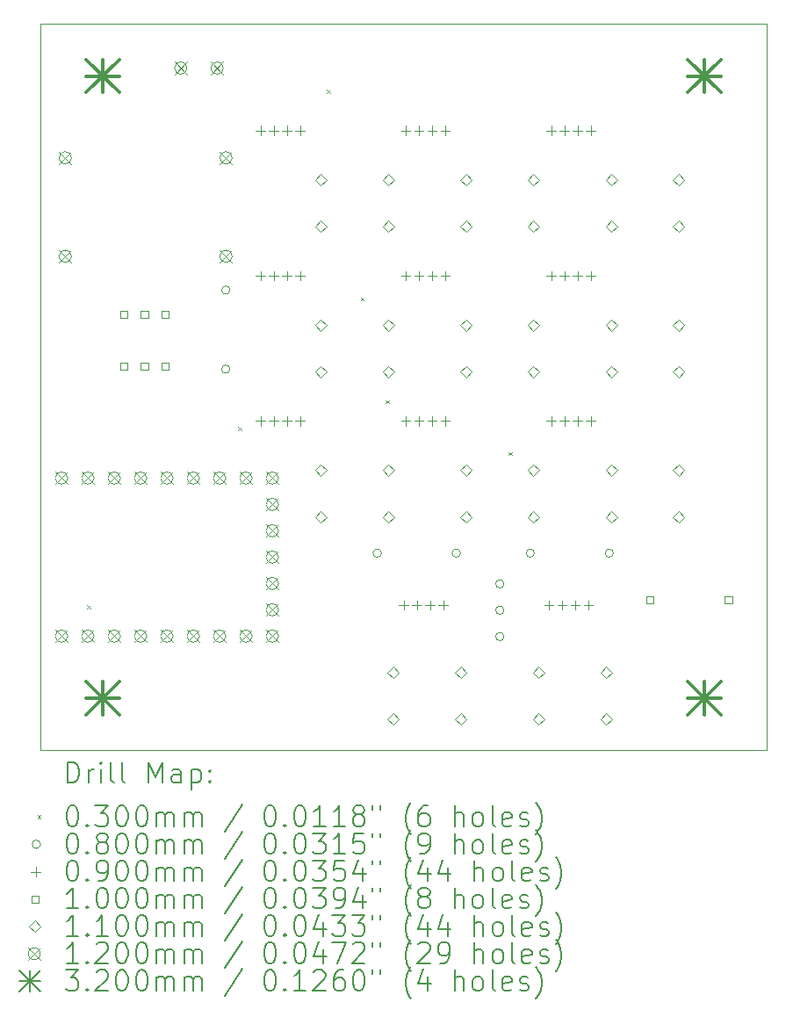
<source format=gbr>
%TF.GenerationSoftware,KiCad,Pcbnew,9.0.1*%
%TF.CreationDate,2025-05-31T12:37:48+02:00*%
%TF.ProjectId,piskvorky,7069736b-766f-4726-9b79-2e6b69636164,rev?*%
%TF.SameCoordinates,Original*%
%TF.FileFunction,Drillmap*%
%TF.FilePolarity,Positive*%
%FSLAX45Y45*%
G04 Gerber Fmt 4.5, Leading zero omitted, Abs format (unit mm)*
G04 Created by KiCad (PCBNEW 9.0.1) date 2025-05-31 12:37:48*
%MOMM*%
%LPD*%
G01*
G04 APERTURE LIST*
%ADD10C,0.050000*%
%ADD11C,0.200000*%
%ADD12C,0.100000*%
%ADD13C,0.110000*%
%ADD14C,0.120000*%
%ADD15C,0.320000*%
G04 APERTURE END LIST*
D10*
X11880000Y-1775000D02*
X18880000Y-1775000D01*
X18880000Y-8775000D01*
X11880000Y-8775000D01*
X11880000Y-1775000D01*
D11*
D12*
X12325000Y-7380000D02*
X12355000Y-7410000D01*
X12355000Y-7380000D02*
X12325000Y-7410000D01*
X13785000Y-5660000D02*
X13815000Y-5690000D01*
X13815000Y-5660000D02*
X13785000Y-5690000D01*
X14640000Y-2410000D02*
X14670000Y-2440000D01*
X14670000Y-2410000D02*
X14640000Y-2440000D01*
X14965000Y-4410000D02*
X14995000Y-4440000D01*
X14995000Y-4410000D02*
X14965000Y-4440000D01*
X15205000Y-5400000D02*
X15235000Y-5430000D01*
X15235000Y-5400000D02*
X15205000Y-5430000D01*
X16390000Y-5900000D02*
X16420000Y-5930000D01*
X16420000Y-5900000D02*
X16390000Y-5930000D01*
X13704420Y-4338428D02*
G75*
G02*
X13624420Y-4338428I-40000J0D01*
G01*
X13624420Y-4338428D02*
G75*
G02*
X13704420Y-4338428I40000J0D01*
G01*
X13704420Y-5100428D02*
G75*
G02*
X13624420Y-5100428I-40000J0D01*
G01*
X13624420Y-5100428D02*
G75*
G02*
X13704420Y-5100428I40000J0D01*
G01*
X15164000Y-6875000D02*
G75*
G02*
X15084000Y-6875000I-40000J0D01*
G01*
X15084000Y-6875000D02*
G75*
G02*
X15164000Y-6875000I40000J0D01*
G01*
X15926000Y-6875000D02*
G75*
G02*
X15846000Y-6875000I-40000J0D01*
G01*
X15846000Y-6875000D02*
G75*
G02*
X15926000Y-6875000I40000J0D01*
G01*
X16345000Y-7171000D02*
G75*
G02*
X16265000Y-7171000I-40000J0D01*
G01*
X16265000Y-7171000D02*
G75*
G02*
X16345000Y-7171000I40000J0D01*
G01*
X16345000Y-7425000D02*
G75*
G02*
X16265000Y-7425000I-40000J0D01*
G01*
X16265000Y-7425000D02*
G75*
G02*
X16345000Y-7425000I40000J0D01*
G01*
X16345000Y-7679000D02*
G75*
G02*
X16265000Y-7679000I-40000J0D01*
G01*
X16265000Y-7679000D02*
G75*
G02*
X16345000Y-7679000I40000J0D01*
G01*
X16639000Y-6875000D02*
G75*
G02*
X16559000Y-6875000I-40000J0D01*
G01*
X16559000Y-6875000D02*
G75*
G02*
X16639000Y-6875000I40000J0D01*
G01*
X17401000Y-6875000D02*
G75*
G02*
X17321000Y-6875000I-40000J0D01*
G01*
X17321000Y-6875000D02*
G75*
G02*
X17401000Y-6875000I40000J0D01*
G01*
X14000000Y-2755000D02*
X14000000Y-2845000D01*
X13955000Y-2800000D02*
X14045000Y-2800000D01*
X14000000Y-4155000D02*
X14000000Y-4245000D01*
X13955000Y-4200000D02*
X14045000Y-4200000D01*
X14000000Y-5555000D02*
X14000000Y-5645000D01*
X13955000Y-5600000D02*
X14045000Y-5600000D01*
X14127000Y-2755000D02*
X14127000Y-2845000D01*
X14082000Y-2800000D02*
X14172000Y-2800000D01*
X14127000Y-4155000D02*
X14127000Y-4245000D01*
X14082000Y-4200000D02*
X14172000Y-4200000D01*
X14127000Y-5555000D02*
X14127000Y-5645000D01*
X14082000Y-5600000D02*
X14172000Y-5600000D01*
X14254000Y-2755000D02*
X14254000Y-2845000D01*
X14209000Y-2800000D02*
X14299000Y-2800000D01*
X14254000Y-4155000D02*
X14254000Y-4245000D01*
X14209000Y-4200000D02*
X14299000Y-4200000D01*
X14254000Y-5555000D02*
X14254000Y-5645000D01*
X14209000Y-5600000D02*
X14299000Y-5600000D01*
X14381000Y-2755000D02*
X14381000Y-2845000D01*
X14336000Y-2800000D02*
X14426000Y-2800000D01*
X14381000Y-4155000D02*
X14381000Y-4245000D01*
X14336000Y-4200000D02*
X14426000Y-4200000D01*
X14381000Y-5555000D02*
X14381000Y-5645000D01*
X14336000Y-5600000D02*
X14426000Y-5600000D01*
X15380000Y-7330000D02*
X15380000Y-7420000D01*
X15335000Y-7375000D02*
X15425000Y-7375000D01*
X15400000Y-2755000D02*
X15400000Y-2845000D01*
X15355000Y-2800000D02*
X15445000Y-2800000D01*
X15400000Y-4155000D02*
X15400000Y-4245000D01*
X15355000Y-4200000D02*
X15445000Y-4200000D01*
X15400000Y-5555000D02*
X15400000Y-5645000D01*
X15355000Y-5600000D02*
X15445000Y-5600000D01*
X15507000Y-7330000D02*
X15507000Y-7420000D01*
X15462000Y-7375000D02*
X15552000Y-7375000D01*
X15527000Y-2755000D02*
X15527000Y-2845000D01*
X15482000Y-2800000D02*
X15572000Y-2800000D01*
X15527000Y-4155000D02*
X15527000Y-4245000D01*
X15482000Y-4200000D02*
X15572000Y-4200000D01*
X15527000Y-5555000D02*
X15527000Y-5645000D01*
X15482000Y-5600000D02*
X15572000Y-5600000D01*
X15634000Y-7330000D02*
X15634000Y-7420000D01*
X15589000Y-7375000D02*
X15679000Y-7375000D01*
X15654000Y-2755000D02*
X15654000Y-2845000D01*
X15609000Y-2800000D02*
X15699000Y-2800000D01*
X15654000Y-4155000D02*
X15654000Y-4245000D01*
X15609000Y-4200000D02*
X15699000Y-4200000D01*
X15654000Y-5555000D02*
X15654000Y-5645000D01*
X15609000Y-5600000D02*
X15699000Y-5600000D01*
X15761000Y-7330000D02*
X15761000Y-7420000D01*
X15716000Y-7375000D02*
X15806000Y-7375000D01*
X15781000Y-2755000D02*
X15781000Y-2845000D01*
X15736000Y-2800000D02*
X15826000Y-2800000D01*
X15781000Y-4155000D02*
X15781000Y-4245000D01*
X15736000Y-4200000D02*
X15826000Y-4200000D01*
X15781000Y-5555000D02*
X15781000Y-5645000D01*
X15736000Y-5600000D02*
X15826000Y-5600000D01*
X16780000Y-7330000D02*
X16780000Y-7420000D01*
X16735000Y-7375000D02*
X16825000Y-7375000D01*
X16800000Y-2755000D02*
X16800000Y-2845000D01*
X16755000Y-2800000D02*
X16845000Y-2800000D01*
X16800000Y-4155000D02*
X16800000Y-4245000D01*
X16755000Y-4200000D02*
X16845000Y-4200000D01*
X16800000Y-5555000D02*
X16800000Y-5645000D01*
X16755000Y-5600000D02*
X16845000Y-5600000D01*
X16907000Y-7330000D02*
X16907000Y-7420000D01*
X16862000Y-7375000D02*
X16952000Y-7375000D01*
X16927000Y-2755000D02*
X16927000Y-2845000D01*
X16882000Y-2800000D02*
X16972000Y-2800000D01*
X16927000Y-4155000D02*
X16927000Y-4245000D01*
X16882000Y-4200000D02*
X16972000Y-4200000D01*
X16927000Y-5555000D02*
X16927000Y-5645000D01*
X16882000Y-5600000D02*
X16972000Y-5600000D01*
X17034000Y-7330000D02*
X17034000Y-7420000D01*
X16989000Y-7375000D02*
X17079000Y-7375000D01*
X17054000Y-2755000D02*
X17054000Y-2845000D01*
X17009000Y-2800000D02*
X17099000Y-2800000D01*
X17054000Y-4155000D02*
X17054000Y-4245000D01*
X17009000Y-4200000D02*
X17099000Y-4200000D01*
X17054000Y-5555000D02*
X17054000Y-5645000D01*
X17009000Y-5600000D02*
X17099000Y-5600000D01*
X17161000Y-7330000D02*
X17161000Y-7420000D01*
X17116000Y-7375000D02*
X17206000Y-7375000D01*
X17181000Y-2755000D02*
X17181000Y-2845000D01*
X17136000Y-2800000D02*
X17226000Y-2800000D01*
X17181000Y-4155000D02*
X17181000Y-4245000D01*
X17136000Y-4200000D02*
X17226000Y-4200000D01*
X17181000Y-5555000D02*
X17181000Y-5645000D01*
X17136000Y-5600000D02*
X17226000Y-5600000D01*
X12715356Y-4610356D02*
X12715356Y-4539644D01*
X12644644Y-4539644D01*
X12644644Y-4610356D01*
X12715356Y-4610356D01*
X12715356Y-5110356D02*
X12715356Y-5039644D01*
X12644644Y-5039644D01*
X12644644Y-5110356D01*
X12715356Y-5110356D01*
X12915356Y-4610356D02*
X12915356Y-4539644D01*
X12844644Y-4539644D01*
X12844644Y-4610356D01*
X12915356Y-4610356D01*
X12915356Y-5110356D02*
X12915356Y-5039644D01*
X12844644Y-5039644D01*
X12844644Y-5110356D01*
X12915356Y-5110356D01*
X13115356Y-4610356D02*
X13115356Y-4539644D01*
X13044644Y-4539644D01*
X13044644Y-4610356D01*
X13115356Y-4610356D01*
X13115356Y-5110356D02*
X13115356Y-5039644D01*
X13044644Y-5039644D01*
X13044644Y-5110356D01*
X13115356Y-5110356D01*
X17785356Y-7360356D02*
X17785356Y-7289644D01*
X17714644Y-7289644D01*
X17714644Y-7360356D01*
X17785356Y-7360356D01*
X18545356Y-7360356D02*
X18545356Y-7289644D01*
X18474644Y-7289644D01*
X18474644Y-7360356D01*
X18545356Y-7360356D01*
D13*
X14580000Y-3330000D02*
X14635000Y-3275000D01*
X14580000Y-3220000D01*
X14525000Y-3275000D01*
X14580000Y-3330000D01*
X14580000Y-3780000D02*
X14635000Y-3725000D01*
X14580000Y-3670000D01*
X14525000Y-3725000D01*
X14580000Y-3780000D01*
X14580000Y-4730000D02*
X14635000Y-4675000D01*
X14580000Y-4620000D01*
X14525000Y-4675000D01*
X14580000Y-4730000D01*
X14580000Y-5180000D02*
X14635000Y-5125000D01*
X14580000Y-5070000D01*
X14525000Y-5125000D01*
X14580000Y-5180000D01*
X14580000Y-6130000D02*
X14635000Y-6075000D01*
X14580000Y-6020000D01*
X14525000Y-6075000D01*
X14580000Y-6130000D01*
X14580000Y-6580000D02*
X14635000Y-6525000D01*
X14580000Y-6470000D01*
X14525000Y-6525000D01*
X14580000Y-6580000D01*
X15230000Y-3330000D02*
X15285000Y-3275000D01*
X15230000Y-3220000D01*
X15175000Y-3275000D01*
X15230000Y-3330000D01*
X15230000Y-3780000D02*
X15285000Y-3725000D01*
X15230000Y-3670000D01*
X15175000Y-3725000D01*
X15230000Y-3780000D01*
X15230000Y-4730000D02*
X15285000Y-4675000D01*
X15230000Y-4620000D01*
X15175000Y-4675000D01*
X15230000Y-4730000D01*
X15230000Y-5180000D02*
X15285000Y-5125000D01*
X15230000Y-5070000D01*
X15175000Y-5125000D01*
X15230000Y-5180000D01*
X15230000Y-6130000D02*
X15285000Y-6075000D01*
X15230000Y-6020000D01*
X15175000Y-6075000D01*
X15230000Y-6130000D01*
X15230000Y-6580000D02*
X15285000Y-6525000D01*
X15230000Y-6470000D01*
X15175000Y-6525000D01*
X15230000Y-6580000D01*
X15280000Y-8080000D02*
X15335000Y-8025000D01*
X15280000Y-7970000D01*
X15225000Y-8025000D01*
X15280000Y-8080000D01*
X15280000Y-8530000D02*
X15335000Y-8475000D01*
X15280000Y-8420000D01*
X15225000Y-8475000D01*
X15280000Y-8530000D01*
X15930000Y-8080000D02*
X15985000Y-8025000D01*
X15930000Y-7970000D01*
X15875000Y-8025000D01*
X15930000Y-8080000D01*
X15930000Y-8530000D02*
X15985000Y-8475000D01*
X15930000Y-8420000D01*
X15875000Y-8475000D01*
X15930000Y-8530000D01*
X15980000Y-3330000D02*
X16035000Y-3275000D01*
X15980000Y-3220000D01*
X15925000Y-3275000D01*
X15980000Y-3330000D01*
X15980000Y-3780000D02*
X16035000Y-3725000D01*
X15980000Y-3670000D01*
X15925000Y-3725000D01*
X15980000Y-3780000D01*
X15980000Y-4730000D02*
X16035000Y-4675000D01*
X15980000Y-4620000D01*
X15925000Y-4675000D01*
X15980000Y-4730000D01*
X15980000Y-5180000D02*
X16035000Y-5125000D01*
X15980000Y-5070000D01*
X15925000Y-5125000D01*
X15980000Y-5180000D01*
X15980000Y-6130000D02*
X16035000Y-6075000D01*
X15980000Y-6020000D01*
X15925000Y-6075000D01*
X15980000Y-6130000D01*
X15980000Y-6580000D02*
X16035000Y-6525000D01*
X15980000Y-6470000D01*
X15925000Y-6525000D01*
X15980000Y-6580000D01*
X16630000Y-3330000D02*
X16685000Y-3275000D01*
X16630000Y-3220000D01*
X16575000Y-3275000D01*
X16630000Y-3330000D01*
X16630000Y-3780000D02*
X16685000Y-3725000D01*
X16630000Y-3670000D01*
X16575000Y-3725000D01*
X16630000Y-3780000D01*
X16630000Y-4730000D02*
X16685000Y-4675000D01*
X16630000Y-4620000D01*
X16575000Y-4675000D01*
X16630000Y-4730000D01*
X16630000Y-5180000D02*
X16685000Y-5125000D01*
X16630000Y-5070000D01*
X16575000Y-5125000D01*
X16630000Y-5180000D01*
X16630000Y-6130000D02*
X16685000Y-6075000D01*
X16630000Y-6020000D01*
X16575000Y-6075000D01*
X16630000Y-6130000D01*
X16630000Y-6580000D02*
X16685000Y-6525000D01*
X16630000Y-6470000D01*
X16575000Y-6525000D01*
X16630000Y-6580000D01*
X16680000Y-8080000D02*
X16735000Y-8025000D01*
X16680000Y-7970000D01*
X16625000Y-8025000D01*
X16680000Y-8080000D01*
X16680000Y-8530000D02*
X16735000Y-8475000D01*
X16680000Y-8420000D01*
X16625000Y-8475000D01*
X16680000Y-8530000D01*
X17330000Y-8080000D02*
X17385000Y-8025000D01*
X17330000Y-7970000D01*
X17275000Y-8025000D01*
X17330000Y-8080000D01*
X17330000Y-8530000D02*
X17385000Y-8475000D01*
X17330000Y-8420000D01*
X17275000Y-8475000D01*
X17330000Y-8530000D01*
X17380000Y-3330000D02*
X17435000Y-3275000D01*
X17380000Y-3220000D01*
X17325000Y-3275000D01*
X17380000Y-3330000D01*
X17380000Y-3780000D02*
X17435000Y-3725000D01*
X17380000Y-3670000D01*
X17325000Y-3725000D01*
X17380000Y-3780000D01*
X17380000Y-4730000D02*
X17435000Y-4675000D01*
X17380000Y-4620000D01*
X17325000Y-4675000D01*
X17380000Y-4730000D01*
X17380000Y-5180000D02*
X17435000Y-5125000D01*
X17380000Y-5070000D01*
X17325000Y-5125000D01*
X17380000Y-5180000D01*
X17380000Y-6130000D02*
X17435000Y-6075000D01*
X17380000Y-6020000D01*
X17325000Y-6075000D01*
X17380000Y-6130000D01*
X17380000Y-6580000D02*
X17435000Y-6525000D01*
X17380000Y-6470000D01*
X17325000Y-6525000D01*
X17380000Y-6580000D01*
X18030000Y-3330000D02*
X18085000Y-3275000D01*
X18030000Y-3220000D01*
X17975000Y-3275000D01*
X18030000Y-3330000D01*
X18030000Y-3780000D02*
X18085000Y-3725000D01*
X18030000Y-3670000D01*
X17975000Y-3725000D01*
X18030000Y-3780000D01*
X18030000Y-4730000D02*
X18085000Y-4675000D01*
X18030000Y-4620000D01*
X17975000Y-4675000D01*
X18030000Y-4730000D01*
X18030000Y-5180000D02*
X18085000Y-5125000D01*
X18030000Y-5070000D01*
X17975000Y-5125000D01*
X18030000Y-5180000D01*
X18030000Y-6130000D02*
X18085000Y-6075000D01*
X18030000Y-6020000D01*
X17975000Y-6075000D01*
X18030000Y-6130000D01*
X18030000Y-6580000D02*
X18085000Y-6525000D01*
X18030000Y-6470000D01*
X17975000Y-6525000D01*
X18030000Y-6580000D01*
D14*
X12020000Y-6091000D02*
X12140000Y-6211000D01*
X12140000Y-6091000D02*
X12020000Y-6211000D01*
X12140000Y-6151000D02*
G75*
G02*
X12020000Y-6151000I-60000J0D01*
G01*
X12020000Y-6151000D02*
G75*
G02*
X12140000Y-6151000I60000J0D01*
G01*
X12020000Y-7615000D02*
X12140000Y-7735000D01*
X12140000Y-7615000D02*
X12020000Y-7735000D01*
X12140000Y-7675000D02*
G75*
G02*
X12020000Y-7675000I-60000J0D01*
G01*
X12020000Y-7675000D02*
G75*
G02*
X12140000Y-7675000I60000J0D01*
G01*
X12056250Y-3003750D02*
X12176250Y-3123750D01*
X12176250Y-3003750D02*
X12056250Y-3123750D01*
X12176250Y-3063750D02*
G75*
G02*
X12056250Y-3063750I-60000J0D01*
G01*
X12056250Y-3063750D02*
G75*
G02*
X12176250Y-3063750I60000J0D01*
G01*
X12056250Y-3953750D02*
X12176250Y-4073750D01*
X12176250Y-3953750D02*
X12056250Y-4073750D01*
X12176250Y-4013750D02*
G75*
G02*
X12056250Y-4013750I-60000J0D01*
G01*
X12056250Y-4013750D02*
G75*
G02*
X12176250Y-4013750I60000J0D01*
G01*
X12274000Y-6091000D02*
X12394000Y-6211000D01*
X12394000Y-6091000D02*
X12274000Y-6211000D01*
X12394000Y-6151000D02*
G75*
G02*
X12274000Y-6151000I-60000J0D01*
G01*
X12274000Y-6151000D02*
G75*
G02*
X12394000Y-6151000I60000J0D01*
G01*
X12274000Y-7615000D02*
X12394000Y-7735000D01*
X12394000Y-7615000D02*
X12274000Y-7735000D01*
X12394000Y-7675000D02*
G75*
G02*
X12274000Y-7675000I-60000J0D01*
G01*
X12274000Y-7675000D02*
G75*
G02*
X12394000Y-7675000I60000J0D01*
G01*
X12528000Y-6091000D02*
X12648000Y-6211000D01*
X12648000Y-6091000D02*
X12528000Y-6211000D01*
X12648000Y-6151000D02*
G75*
G02*
X12528000Y-6151000I-60000J0D01*
G01*
X12528000Y-6151000D02*
G75*
G02*
X12648000Y-6151000I60000J0D01*
G01*
X12528000Y-7615000D02*
X12648000Y-7735000D01*
X12648000Y-7615000D02*
X12528000Y-7735000D01*
X12648000Y-7675000D02*
G75*
G02*
X12528000Y-7675000I-60000J0D01*
G01*
X12528000Y-7675000D02*
G75*
G02*
X12648000Y-7675000I60000J0D01*
G01*
X12782000Y-6091000D02*
X12902000Y-6211000D01*
X12902000Y-6091000D02*
X12782000Y-6211000D01*
X12902000Y-6151000D02*
G75*
G02*
X12782000Y-6151000I-60000J0D01*
G01*
X12782000Y-6151000D02*
G75*
G02*
X12902000Y-6151000I60000J0D01*
G01*
X12782000Y-7615000D02*
X12902000Y-7735000D01*
X12902000Y-7615000D02*
X12782000Y-7735000D01*
X12902000Y-7675000D02*
G75*
G02*
X12782000Y-7675000I-60000J0D01*
G01*
X12782000Y-7675000D02*
G75*
G02*
X12902000Y-7675000I60000J0D01*
G01*
X13036000Y-6091000D02*
X13156000Y-6211000D01*
X13156000Y-6091000D02*
X13036000Y-6211000D01*
X13156000Y-6151000D02*
G75*
G02*
X13036000Y-6151000I-60000J0D01*
G01*
X13036000Y-6151000D02*
G75*
G02*
X13156000Y-6151000I60000J0D01*
G01*
X13036000Y-7615000D02*
X13156000Y-7735000D01*
X13156000Y-7615000D02*
X13036000Y-7735000D01*
X13156000Y-7675000D02*
G75*
G02*
X13036000Y-7675000I-60000J0D01*
G01*
X13036000Y-7675000D02*
G75*
G02*
X13156000Y-7675000I60000J0D01*
G01*
X13170000Y-2138250D02*
X13290000Y-2258250D01*
X13290000Y-2138250D02*
X13170000Y-2258250D01*
X13290000Y-2198250D02*
G75*
G02*
X13170000Y-2198250I-60000J0D01*
G01*
X13170000Y-2198250D02*
G75*
G02*
X13290000Y-2198250I60000J0D01*
G01*
X13290000Y-6091000D02*
X13410000Y-6211000D01*
X13410000Y-6091000D02*
X13290000Y-6211000D01*
X13410000Y-6151000D02*
G75*
G02*
X13290000Y-6151000I-60000J0D01*
G01*
X13290000Y-6151000D02*
G75*
G02*
X13410000Y-6151000I60000J0D01*
G01*
X13290000Y-7615000D02*
X13410000Y-7735000D01*
X13410000Y-7615000D02*
X13290000Y-7735000D01*
X13410000Y-7675000D02*
G75*
G02*
X13290000Y-7675000I-60000J0D01*
G01*
X13290000Y-7675000D02*
G75*
G02*
X13410000Y-7675000I60000J0D01*
G01*
X13520000Y-2138250D02*
X13640000Y-2258250D01*
X13640000Y-2138250D02*
X13520000Y-2258250D01*
X13640000Y-2198250D02*
G75*
G02*
X13520000Y-2198250I-60000J0D01*
G01*
X13520000Y-2198250D02*
G75*
G02*
X13640000Y-2198250I60000J0D01*
G01*
X13544000Y-6091000D02*
X13664000Y-6211000D01*
X13664000Y-6091000D02*
X13544000Y-6211000D01*
X13664000Y-6151000D02*
G75*
G02*
X13544000Y-6151000I-60000J0D01*
G01*
X13544000Y-6151000D02*
G75*
G02*
X13664000Y-6151000I60000J0D01*
G01*
X13544000Y-7615000D02*
X13664000Y-7735000D01*
X13664000Y-7615000D02*
X13544000Y-7735000D01*
X13664000Y-7675000D02*
G75*
G02*
X13544000Y-7675000I-60000J0D01*
G01*
X13544000Y-7675000D02*
G75*
G02*
X13664000Y-7675000I60000J0D01*
G01*
X13606250Y-3003750D02*
X13726250Y-3123750D01*
X13726250Y-3003750D02*
X13606250Y-3123750D01*
X13726250Y-3063750D02*
G75*
G02*
X13606250Y-3063750I-60000J0D01*
G01*
X13606250Y-3063750D02*
G75*
G02*
X13726250Y-3063750I60000J0D01*
G01*
X13606250Y-3953750D02*
X13726250Y-4073750D01*
X13726250Y-3953750D02*
X13606250Y-4073750D01*
X13726250Y-4013750D02*
G75*
G02*
X13606250Y-4013750I-60000J0D01*
G01*
X13606250Y-4013750D02*
G75*
G02*
X13726250Y-4013750I60000J0D01*
G01*
X13798000Y-6091000D02*
X13918000Y-6211000D01*
X13918000Y-6091000D02*
X13798000Y-6211000D01*
X13918000Y-6151000D02*
G75*
G02*
X13798000Y-6151000I-60000J0D01*
G01*
X13798000Y-6151000D02*
G75*
G02*
X13918000Y-6151000I60000J0D01*
G01*
X13798000Y-7615000D02*
X13918000Y-7735000D01*
X13918000Y-7615000D02*
X13798000Y-7735000D01*
X13918000Y-7675000D02*
G75*
G02*
X13798000Y-7675000I-60000J0D01*
G01*
X13798000Y-7675000D02*
G75*
G02*
X13918000Y-7675000I60000J0D01*
G01*
X14052000Y-6091000D02*
X14172000Y-6211000D01*
X14172000Y-6091000D02*
X14052000Y-6211000D01*
X14172000Y-6151000D02*
G75*
G02*
X14052000Y-6151000I-60000J0D01*
G01*
X14052000Y-6151000D02*
G75*
G02*
X14172000Y-6151000I60000J0D01*
G01*
X14052000Y-6345000D02*
X14172000Y-6465000D01*
X14172000Y-6345000D02*
X14052000Y-6465000D01*
X14172000Y-6405000D02*
G75*
G02*
X14052000Y-6405000I-60000J0D01*
G01*
X14052000Y-6405000D02*
G75*
G02*
X14172000Y-6405000I60000J0D01*
G01*
X14052000Y-6599000D02*
X14172000Y-6719000D01*
X14172000Y-6599000D02*
X14052000Y-6719000D01*
X14172000Y-6659000D02*
G75*
G02*
X14052000Y-6659000I-60000J0D01*
G01*
X14052000Y-6659000D02*
G75*
G02*
X14172000Y-6659000I60000J0D01*
G01*
X14052000Y-6853000D02*
X14172000Y-6973000D01*
X14172000Y-6853000D02*
X14052000Y-6973000D01*
X14172000Y-6913000D02*
G75*
G02*
X14052000Y-6913000I-60000J0D01*
G01*
X14052000Y-6913000D02*
G75*
G02*
X14172000Y-6913000I60000J0D01*
G01*
X14052000Y-7107000D02*
X14172000Y-7227000D01*
X14172000Y-7107000D02*
X14052000Y-7227000D01*
X14172000Y-7167000D02*
G75*
G02*
X14052000Y-7167000I-60000J0D01*
G01*
X14052000Y-7167000D02*
G75*
G02*
X14172000Y-7167000I60000J0D01*
G01*
X14052000Y-7361000D02*
X14172000Y-7481000D01*
X14172000Y-7361000D02*
X14052000Y-7481000D01*
X14172000Y-7421000D02*
G75*
G02*
X14052000Y-7421000I-60000J0D01*
G01*
X14052000Y-7421000D02*
G75*
G02*
X14172000Y-7421000I60000J0D01*
G01*
X14052000Y-7615000D02*
X14172000Y-7735000D01*
X14172000Y-7615000D02*
X14052000Y-7735000D01*
X14172000Y-7675000D02*
G75*
G02*
X14052000Y-7675000I-60000J0D01*
G01*
X14052000Y-7675000D02*
G75*
G02*
X14172000Y-7675000I60000J0D01*
G01*
D15*
X12320000Y-2115000D02*
X12640000Y-2435000D01*
X12640000Y-2115000D02*
X12320000Y-2435000D01*
X12480000Y-2115000D02*
X12480000Y-2435000D01*
X12320000Y-2275000D02*
X12640000Y-2275000D01*
X12320000Y-8115000D02*
X12640000Y-8435000D01*
X12640000Y-8115000D02*
X12320000Y-8435000D01*
X12480000Y-8115000D02*
X12480000Y-8435000D01*
X12320000Y-8275000D02*
X12640000Y-8275000D01*
X18120000Y-2115000D02*
X18440000Y-2435000D01*
X18440000Y-2115000D02*
X18120000Y-2435000D01*
X18280000Y-2115000D02*
X18280000Y-2435000D01*
X18120000Y-2275000D02*
X18440000Y-2275000D01*
X18120000Y-8115000D02*
X18440000Y-8435000D01*
X18440000Y-8115000D02*
X18120000Y-8435000D01*
X18280000Y-8115000D02*
X18280000Y-8435000D01*
X18120000Y-8275000D02*
X18440000Y-8275000D01*
D11*
X12138277Y-9088984D02*
X12138277Y-8888984D01*
X12138277Y-8888984D02*
X12185896Y-8888984D01*
X12185896Y-8888984D02*
X12214467Y-8898508D01*
X12214467Y-8898508D02*
X12233515Y-8917555D01*
X12233515Y-8917555D02*
X12243039Y-8936603D01*
X12243039Y-8936603D02*
X12252562Y-8974698D01*
X12252562Y-8974698D02*
X12252562Y-9003270D01*
X12252562Y-9003270D02*
X12243039Y-9041365D01*
X12243039Y-9041365D02*
X12233515Y-9060412D01*
X12233515Y-9060412D02*
X12214467Y-9079460D01*
X12214467Y-9079460D02*
X12185896Y-9088984D01*
X12185896Y-9088984D02*
X12138277Y-9088984D01*
X12338277Y-9088984D02*
X12338277Y-8955650D01*
X12338277Y-8993746D02*
X12347801Y-8974698D01*
X12347801Y-8974698D02*
X12357324Y-8965174D01*
X12357324Y-8965174D02*
X12376372Y-8955650D01*
X12376372Y-8955650D02*
X12395420Y-8955650D01*
X12462086Y-9088984D02*
X12462086Y-8955650D01*
X12462086Y-8888984D02*
X12452562Y-8898508D01*
X12452562Y-8898508D02*
X12462086Y-8908031D01*
X12462086Y-8908031D02*
X12471610Y-8898508D01*
X12471610Y-8898508D02*
X12462086Y-8888984D01*
X12462086Y-8888984D02*
X12462086Y-8908031D01*
X12585896Y-9088984D02*
X12566848Y-9079460D01*
X12566848Y-9079460D02*
X12557324Y-9060412D01*
X12557324Y-9060412D02*
X12557324Y-8888984D01*
X12690658Y-9088984D02*
X12671610Y-9079460D01*
X12671610Y-9079460D02*
X12662086Y-9060412D01*
X12662086Y-9060412D02*
X12662086Y-8888984D01*
X12919229Y-9088984D02*
X12919229Y-8888984D01*
X12919229Y-8888984D02*
X12985896Y-9031841D01*
X12985896Y-9031841D02*
X13052562Y-8888984D01*
X13052562Y-8888984D02*
X13052562Y-9088984D01*
X13233515Y-9088984D02*
X13233515Y-8984222D01*
X13233515Y-8984222D02*
X13223991Y-8965174D01*
X13223991Y-8965174D02*
X13204943Y-8955650D01*
X13204943Y-8955650D02*
X13166848Y-8955650D01*
X13166848Y-8955650D02*
X13147801Y-8965174D01*
X13233515Y-9079460D02*
X13214467Y-9088984D01*
X13214467Y-9088984D02*
X13166848Y-9088984D01*
X13166848Y-9088984D02*
X13147801Y-9079460D01*
X13147801Y-9079460D02*
X13138277Y-9060412D01*
X13138277Y-9060412D02*
X13138277Y-9041365D01*
X13138277Y-9041365D02*
X13147801Y-9022317D01*
X13147801Y-9022317D02*
X13166848Y-9012793D01*
X13166848Y-9012793D02*
X13214467Y-9012793D01*
X13214467Y-9012793D02*
X13233515Y-9003270D01*
X13328753Y-8955650D02*
X13328753Y-9155650D01*
X13328753Y-8965174D02*
X13347801Y-8955650D01*
X13347801Y-8955650D02*
X13385896Y-8955650D01*
X13385896Y-8955650D02*
X13404943Y-8965174D01*
X13404943Y-8965174D02*
X13414467Y-8974698D01*
X13414467Y-8974698D02*
X13423991Y-8993746D01*
X13423991Y-8993746D02*
X13423991Y-9050889D01*
X13423991Y-9050889D02*
X13414467Y-9069936D01*
X13414467Y-9069936D02*
X13404943Y-9079460D01*
X13404943Y-9079460D02*
X13385896Y-9088984D01*
X13385896Y-9088984D02*
X13347801Y-9088984D01*
X13347801Y-9088984D02*
X13328753Y-9079460D01*
X13509705Y-9069936D02*
X13519229Y-9079460D01*
X13519229Y-9079460D02*
X13509705Y-9088984D01*
X13509705Y-9088984D02*
X13500182Y-9079460D01*
X13500182Y-9079460D02*
X13509705Y-9069936D01*
X13509705Y-9069936D02*
X13509705Y-9088984D01*
X13509705Y-8965174D02*
X13519229Y-8974698D01*
X13519229Y-8974698D02*
X13509705Y-8984222D01*
X13509705Y-8984222D02*
X13500182Y-8974698D01*
X13500182Y-8974698D02*
X13509705Y-8965174D01*
X13509705Y-8965174D02*
X13509705Y-8984222D01*
D12*
X11847500Y-9402500D02*
X11877500Y-9432500D01*
X11877500Y-9402500D02*
X11847500Y-9432500D01*
D11*
X12176372Y-9308984D02*
X12195420Y-9308984D01*
X12195420Y-9308984D02*
X12214467Y-9318508D01*
X12214467Y-9318508D02*
X12223991Y-9328031D01*
X12223991Y-9328031D02*
X12233515Y-9347079D01*
X12233515Y-9347079D02*
X12243039Y-9385174D01*
X12243039Y-9385174D02*
X12243039Y-9432793D01*
X12243039Y-9432793D02*
X12233515Y-9470889D01*
X12233515Y-9470889D02*
X12223991Y-9489936D01*
X12223991Y-9489936D02*
X12214467Y-9499460D01*
X12214467Y-9499460D02*
X12195420Y-9508984D01*
X12195420Y-9508984D02*
X12176372Y-9508984D01*
X12176372Y-9508984D02*
X12157324Y-9499460D01*
X12157324Y-9499460D02*
X12147801Y-9489936D01*
X12147801Y-9489936D02*
X12138277Y-9470889D01*
X12138277Y-9470889D02*
X12128753Y-9432793D01*
X12128753Y-9432793D02*
X12128753Y-9385174D01*
X12128753Y-9385174D02*
X12138277Y-9347079D01*
X12138277Y-9347079D02*
X12147801Y-9328031D01*
X12147801Y-9328031D02*
X12157324Y-9318508D01*
X12157324Y-9318508D02*
X12176372Y-9308984D01*
X12328753Y-9489936D02*
X12338277Y-9499460D01*
X12338277Y-9499460D02*
X12328753Y-9508984D01*
X12328753Y-9508984D02*
X12319229Y-9499460D01*
X12319229Y-9499460D02*
X12328753Y-9489936D01*
X12328753Y-9489936D02*
X12328753Y-9508984D01*
X12404943Y-9308984D02*
X12528753Y-9308984D01*
X12528753Y-9308984D02*
X12462086Y-9385174D01*
X12462086Y-9385174D02*
X12490658Y-9385174D01*
X12490658Y-9385174D02*
X12509705Y-9394698D01*
X12509705Y-9394698D02*
X12519229Y-9404222D01*
X12519229Y-9404222D02*
X12528753Y-9423270D01*
X12528753Y-9423270D02*
X12528753Y-9470889D01*
X12528753Y-9470889D02*
X12519229Y-9489936D01*
X12519229Y-9489936D02*
X12509705Y-9499460D01*
X12509705Y-9499460D02*
X12490658Y-9508984D01*
X12490658Y-9508984D02*
X12433515Y-9508984D01*
X12433515Y-9508984D02*
X12414467Y-9499460D01*
X12414467Y-9499460D02*
X12404943Y-9489936D01*
X12652562Y-9308984D02*
X12671610Y-9308984D01*
X12671610Y-9308984D02*
X12690658Y-9318508D01*
X12690658Y-9318508D02*
X12700182Y-9328031D01*
X12700182Y-9328031D02*
X12709705Y-9347079D01*
X12709705Y-9347079D02*
X12719229Y-9385174D01*
X12719229Y-9385174D02*
X12719229Y-9432793D01*
X12719229Y-9432793D02*
X12709705Y-9470889D01*
X12709705Y-9470889D02*
X12700182Y-9489936D01*
X12700182Y-9489936D02*
X12690658Y-9499460D01*
X12690658Y-9499460D02*
X12671610Y-9508984D01*
X12671610Y-9508984D02*
X12652562Y-9508984D01*
X12652562Y-9508984D02*
X12633515Y-9499460D01*
X12633515Y-9499460D02*
X12623991Y-9489936D01*
X12623991Y-9489936D02*
X12614467Y-9470889D01*
X12614467Y-9470889D02*
X12604943Y-9432793D01*
X12604943Y-9432793D02*
X12604943Y-9385174D01*
X12604943Y-9385174D02*
X12614467Y-9347079D01*
X12614467Y-9347079D02*
X12623991Y-9328031D01*
X12623991Y-9328031D02*
X12633515Y-9318508D01*
X12633515Y-9318508D02*
X12652562Y-9308984D01*
X12843039Y-9308984D02*
X12862086Y-9308984D01*
X12862086Y-9308984D02*
X12881134Y-9318508D01*
X12881134Y-9318508D02*
X12890658Y-9328031D01*
X12890658Y-9328031D02*
X12900182Y-9347079D01*
X12900182Y-9347079D02*
X12909705Y-9385174D01*
X12909705Y-9385174D02*
X12909705Y-9432793D01*
X12909705Y-9432793D02*
X12900182Y-9470889D01*
X12900182Y-9470889D02*
X12890658Y-9489936D01*
X12890658Y-9489936D02*
X12881134Y-9499460D01*
X12881134Y-9499460D02*
X12862086Y-9508984D01*
X12862086Y-9508984D02*
X12843039Y-9508984D01*
X12843039Y-9508984D02*
X12823991Y-9499460D01*
X12823991Y-9499460D02*
X12814467Y-9489936D01*
X12814467Y-9489936D02*
X12804943Y-9470889D01*
X12804943Y-9470889D02*
X12795420Y-9432793D01*
X12795420Y-9432793D02*
X12795420Y-9385174D01*
X12795420Y-9385174D02*
X12804943Y-9347079D01*
X12804943Y-9347079D02*
X12814467Y-9328031D01*
X12814467Y-9328031D02*
X12823991Y-9318508D01*
X12823991Y-9318508D02*
X12843039Y-9308984D01*
X12995420Y-9508984D02*
X12995420Y-9375650D01*
X12995420Y-9394698D02*
X13004943Y-9385174D01*
X13004943Y-9385174D02*
X13023991Y-9375650D01*
X13023991Y-9375650D02*
X13052563Y-9375650D01*
X13052563Y-9375650D02*
X13071610Y-9385174D01*
X13071610Y-9385174D02*
X13081134Y-9404222D01*
X13081134Y-9404222D02*
X13081134Y-9508984D01*
X13081134Y-9404222D02*
X13090658Y-9385174D01*
X13090658Y-9385174D02*
X13109705Y-9375650D01*
X13109705Y-9375650D02*
X13138277Y-9375650D01*
X13138277Y-9375650D02*
X13157324Y-9385174D01*
X13157324Y-9385174D02*
X13166848Y-9404222D01*
X13166848Y-9404222D02*
X13166848Y-9508984D01*
X13262086Y-9508984D02*
X13262086Y-9375650D01*
X13262086Y-9394698D02*
X13271610Y-9385174D01*
X13271610Y-9385174D02*
X13290658Y-9375650D01*
X13290658Y-9375650D02*
X13319229Y-9375650D01*
X13319229Y-9375650D02*
X13338277Y-9385174D01*
X13338277Y-9385174D02*
X13347801Y-9404222D01*
X13347801Y-9404222D02*
X13347801Y-9508984D01*
X13347801Y-9404222D02*
X13357324Y-9385174D01*
X13357324Y-9385174D02*
X13376372Y-9375650D01*
X13376372Y-9375650D02*
X13404943Y-9375650D01*
X13404943Y-9375650D02*
X13423991Y-9385174D01*
X13423991Y-9385174D02*
X13433515Y-9404222D01*
X13433515Y-9404222D02*
X13433515Y-9508984D01*
X13823991Y-9299460D02*
X13652563Y-9556603D01*
X14081134Y-9308984D02*
X14100182Y-9308984D01*
X14100182Y-9308984D02*
X14119229Y-9318508D01*
X14119229Y-9318508D02*
X14128753Y-9328031D01*
X14128753Y-9328031D02*
X14138277Y-9347079D01*
X14138277Y-9347079D02*
X14147801Y-9385174D01*
X14147801Y-9385174D02*
X14147801Y-9432793D01*
X14147801Y-9432793D02*
X14138277Y-9470889D01*
X14138277Y-9470889D02*
X14128753Y-9489936D01*
X14128753Y-9489936D02*
X14119229Y-9499460D01*
X14119229Y-9499460D02*
X14100182Y-9508984D01*
X14100182Y-9508984D02*
X14081134Y-9508984D01*
X14081134Y-9508984D02*
X14062086Y-9499460D01*
X14062086Y-9499460D02*
X14052563Y-9489936D01*
X14052563Y-9489936D02*
X14043039Y-9470889D01*
X14043039Y-9470889D02*
X14033515Y-9432793D01*
X14033515Y-9432793D02*
X14033515Y-9385174D01*
X14033515Y-9385174D02*
X14043039Y-9347079D01*
X14043039Y-9347079D02*
X14052563Y-9328031D01*
X14052563Y-9328031D02*
X14062086Y-9318508D01*
X14062086Y-9318508D02*
X14081134Y-9308984D01*
X14233515Y-9489936D02*
X14243039Y-9499460D01*
X14243039Y-9499460D02*
X14233515Y-9508984D01*
X14233515Y-9508984D02*
X14223991Y-9499460D01*
X14223991Y-9499460D02*
X14233515Y-9489936D01*
X14233515Y-9489936D02*
X14233515Y-9508984D01*
X14366848Y-9308984D02*
X14385896Y-9308984D01*
X14385896Y-9308984D02*
X14404944Y-9318508D01*
X14404944Y-9318508D02*
X14414467Y-9328031D01*
X14414467Y-9328031D02*
X14423991Y-9347079D01*
X14423991Y-9347079D02*
X14433515Y-9385174D01*
X14433515Y-9385174D02*
X14433515Y-9432793D01*
X14433515Y-9432793D02*
X14423991Y-9470889D01*
X14423991Y-9470889D02*
X14414467Y-9489936D01*
X14414467Y-9489936D02*
X14404944Y-9499460D01*
X14404944Y-9499460D02*
X14385896Y-9508984D01*
X14385896Y-9508984D02*
X14366848Y-9508984D01*
X14366848Y-9508984D02*
X14347801Y-9499460D01*
X14347801Y-9499460D02*
X14338277Y-9489936D01*
X14338277Y-9489936D02*
X14328753Y-9470889D01*
X14328753Y-9470889D02*
X14319229Y-9432793D01*
X14319229Y-9432793D02*
X14319229Y-9385174D01*
X14319229Y-9385174D02*
X14328753Y-9347079D01*
X14328753Y-9347079D02*
X14338277Y-9328031D01*
X14338277Y-9328031D02*
X14347801Y-9318508D01*
X14347801Y-9318508D02*
X14366848Y-9308984D01*
X14623991Y-9508984D02*
X14509706Y-9508984D01*
X14566848Y-9508984D02*
X14566848Y-9308984D01*
X14566848Y-9308984D02*
X14547801Y-9337555D01*
X14547801Y-9337555D02*
X14528753Y-9356603D01*
X14528753Y-9356603D02*
X14509706Y-9366127D01*
X14814467Y-9508984D02*
X14700182Y-9508984D01*
X14757325Y-9508984D02*
X14757325Y-9308984D01*
X14757325Y-9308984D02*
X14738277Y-9337555D01*
X14738277Y-9337555D02*
X14719229Y-9356603D01*
X14719229Y-9356603D02*
X14700182Y-9366127D01*
X14928753Y-9394698D02*
X14909706Y-9385174D01*
X14909706Y-9385174D02*
X14900182Y-9375650D01*
X14900182Y-9375650D02*
X14890658Y-9356603D01*
X14890658Y-9356603D02*
X14890658Y-9347079D01*
X14890658Y-9347079D02*
X14900182Y-9328031D01*
X14900182Y-9328031D02*
X14909706Y-9318508D01*
X14909706Y-9318508D02*
X14928753Y-9308984D01*
X14928753Y-9308984D02*
X14966848Y-9308984D01*
X14966848Y-9308984D02*
X14985896Y-9318508D01*
X14985896Y-9318508D02*
X14995420Y-9328031D01*
X14995420Y-9328031D02*
X15004944Y-9347079D01*
X15004944Y-9347079D02*
X15004944Y-9356603D01*
X15004944Y-9356603D02*
X14995420Y-9375650D01*
X14995420Y-9375650D02*
X14985896Y-9385174D01*
X14985896Y-9385174D02*
X14966848Y-9394698D01*
X14966848Y-9394698D02*
X14928753Y-9394698D01*
X14928753Y-9394698D02*
X14909706Y-9404222D01*
X14909706Y-9404222D02*
X14900182Y-9413746D01*
X14900182Y-9413746D02*
X14890658Y-9432793D01*
X14890658Y-9432793D02*
X14890658Y-9470889D01*
X14890658Y-9470889D02*
X14900182Y-9489936D01*
X14900182Y-9489936D02*
X14909706Y-9499460D01*
X14909706Y-9499460D02*
X14928753Y-9508984D01*
X14928753Y-9508984D02*
X14966848Y-9508984D01*
X14966848Y-9508984D02*
X14985896Y-9499460D01*
X14985896Y-9499460D02*
X14995420Y-9489936D01*
X14995420Y-9489936D02*
X15004944Y-9470889D01*
X15004944Y-9470889D02*
X15004944Y-9432793D01*
X15004944Y-9432793D02*
X14995420Y-9413746D01*
X14995420Y-9413746D02*
X14985896Y-9404222D01*
X14985896Y-9404222D02*
X14966848Y-9394698D01*
X15081134Y-9308984D02*
X15081134Y-9347079D01*
X15157325Y-9308984D02*
X15157325Y-9347079D01*
X15452563Y-9585174D02*
X15443039Y-9575650D01*
X15443039Y-9575650D02*
X15423991Y-9547079D01*
X15423991Y-9547079D02*
X15414468Y-9528031D01*
X15414468Y-9528031D02*
X15404944Y-9499460D01*
X15404944Y-9499460D02*
X15395420Y-9451841D01*
X15395420Y-9451841D02*
X15395420Y-9413746D01*
X15395420Y-9413746D02*
X15404944Y-9366127D01*
X15404944Y-9366127D02*
X15414468Y-9337555D01*
X15414468Y-9337555D02*
X15423991Y-9318508D01*
X15423991Y-9318508D02*
X15443039Y-9289936D01*
X15443039Y-9289936D02*
X15452563Y-9280412D01*
X15614468Y-9308984D02*
X15576372Y-9308984D01*
X15576372Y-9308984D02*
X15557325Y-9318508D01*
X15557325Y-9318508D02*
X15547801Y-9328031D01*
X15547801Y-9328031D02*
X15528753Y-9356603D01*
X15528753Y-9356603D02*
X15519229Y-9394698D01*
X15519229Y-9394698D02*
X15519229Y-9470889D01*
X15519229Y-9470889D02*
X15528753Y-9489936D01*
X15528753Y-9489936D02*
X15538277Y-9499460D01*
X15538277Y-9499460D02*
X15557325Y-9508984D01*
X15557325Y-9508984D02*
X15595420Y-9508984D01*
X15595420Y-9508984D02*
X15614468Y-9499460D01*
X15614468Y-9499460D02*
X15623991Y-9489936D01*
X15623991Y-9489936D02*
X15633515Y-9470889D01*
X15633515Y-9470889D02*
X15633515Y-9423270D01*
X15633515Y-9423270D02*
X15623991Y-9404222D01*
X15623991Y-9404222D02*
X15614468Y-9394698D01*
X15614468Y-9394698D02*
X15595420Y-9385174D01*
X15595420Y-9385174D02*
X15557325Y-9385174D01*
X15557325Y-9385174D02*
X15538277Y-9394698D01*
X15538277Y-9394698D02*
X15528753Y-9404222D01*
X15528753Y-9404222D02*
X15519229Y-9423270D01*
X15871610Y-9508984D02*
X15871610Y-9308984D01*
X15957325Y-9508984D02*
X15957325Y-9404222D01*
X15957325Y-9404222D02*
X15947801Y-9385174D01*
X15947801Y-9385174D02*
X15928753Y-9375650D01*
X15928753Y-9375650D02*
X15900182Y-9375650D01*
X15900182Y-9375650D02*
X15881134Y-9385174D01*
X15881134Y-9385174D02*
X15871610Y-9394698D01*
X16081134Y-9508984D02*
X16062087Y-9499460D01*
X16062087Y-9499460D02*
X16052563Y-9489936D01*
X16052563Y-9489936D02*
X16043039Y-9470889D01*
X16043039Y-9470889D02*
X16043039Y-9413746D01*
X16043039Y-9413746D02*
X16052563Y-9394698D01*
X16052563Y-9394698D02*
X16062087Y-9385174D01*
X16062087Y-9385174D02*
X16081134Y-9375650D01*
X16081134Y-9375650D02*
X16109706Y-9375650D01*
X16109706Y-9375650D02*
X16128753Y-9385174D01*
X16128753Y-9385174D02*
X16138277Y-9394698D01*
X16138277Y-9394698D02*
X16147801Y-9413746D01*
X16147801Y-9413746D02*
X16147801Y-9470889D01*
X16147801Y-9470889D02*
X16138277Y-9489936D01*
X16138277Y-9489936D02*
X16128753Y-9499460D01*
X16128753Y-9499460D02*
X16109706Y-9508984D01*
X16109706Y-9508984D02*
X16081134Y-9508984D01*
X16262087Y-9508984D02*
X16243039Y-9499460D01*
X16243039Y-9499460D02*
X16233515Y-9480412D01*
X16233515Y-9480412D02*
X16233515Y-9308984D01*
X16414468Y-9499460D02*
X16395420Y-9508984D01*
X16395420Y-9508984D02*
X16357325Y-9508984D01*
X16357325Y-9508984D02*
X16338277Y-9499460D01*
X16338277Y-9499460D02*
X16328753Y-9480412D01*
X16328753Y-9480412D02*
X16328753Y-9404222D01*
X16328753Y-9404222D02*
X16338277Y-9385174D01*
X16338277Y-9385174D02*
X16357325Y-9375650D01*
X16357325Y-9375650D02*
X16395420Y-9375650D01*
X16395420Y-9375650D02*
X16414468Y-9385174D01*
X16414468Y-9385174D02*
X16423991Y-9404222D01*
X16423991Y-9404222D02*
X16423991Y-9423270D01*
X16423991Y-9423270D02*
X16328753Y-9442317D01*
X16500182Y-9499460D02*
X16519230Y-9508984D01*
X16519230Y-9508984D02*
X16557325Y-9508984D01*
X16557325Y-9508984D02*
X16576372Y-9499460D01*
X16576372Y-9499460D02*
X16585896Y-9480412D01*
X16585896Y-9480412D02*
X16585896Y-9470889D01*
X16585896Y-9470889D02*
X16576372Y-9451841D01*
X16576372Y-9451841D02*
X16557325Y-9442317D01*
X16557325Y-9442317D02*
X16528753Y-9442317D01*
X16528753Y-9442317D02*
X16509706Y-9432793D01*
X16509706Y-9432793D02*
X16500182Y-9413746D01*
X16500182Y-9413746D02*
X16500182Y-9404222D01*
X16500182Y-9404222D02*
X16509706Y-9385174D01*
X16509706Y-9385174D02*
X16528753Y-9375650D01*
X16528753Y-9375650D02*
X16557325Y-9375650D01*
X16557325Y-9375650D02*
X16576372Y-9385174D01*
X16652563Y-9585174D02*
X16662087Y-9575650D01*
X16662087Y-9575650D02*
X16681134Y-9547079D01*
X16681134Y-9547079D02*
X16690658Y-9528031D01*
X16690658Y-9528031D02*
X16700182Y-9499460D01*
X16700182Y-9499460D02*
X16709706Y-9451841D01*
X16709706Y-9451841D02*
X16709706Y-9413746D01*
X16709706Y-9413746D02*
X16700182Y-9366127D01*
X16700182Y-9366127D02*
X16690658Y-9337555D01*
X16690658Y-9337555D02*
X16681134Y-9318508D01*
X16681134Y-9318508D02*
X16662087Y-9289936D01*
X16662087Y-9289936D02*
X16652563Y-9280412D01*
D12*
X11877500Y-9681500D02*
G75*
G02*
X11797500Y-9681500I-40000J0D01*
G01*
X11797500Y-9681500D02*
G75*
G02*
X11877500Y-9681500I40000J0D01*
G01*
D11*
X12176372Y-9572984D02*
X12195420Y-9572984D01*
X12195420Y-9572984D02*
X12214467Y-9582508D01*
X12214467Y-9582508D02*
X12223991Y-9592031D01*
X12223991Y-9592031D02*
X12233515Y-9611079D01*
X12233515Y-9611079D02*
X12243039Y-9649174D01*
X12243039Y-9649174D02*
X12243039Y-9696793D01*
X12243039Y-9696793D02*
X12233515Y-9734889D01*
X12233515Y-9734889D02*
X12223991Y-9753936D01*
X12223991Y-9753936D02*
X12214467Y-9763460D01*
X12214467Y-9763460D02*
X12195420Y-9772984D01*
X12195420Y-9772984D02*
X12176372Y-9772984D01*
X12176372Y-9772984D02*
X12157324Y-9763460D01*
X12157324Y-9763460D02*
X12147801Y-9753936D01*
X12147801Y-9753936D02*
X12138277Y-9734889D01*
X12138277Y-9734889D02*
X12128753Y-9696793D01*
X12128753Y-9696793D02*
X12128753Y-9649174D01*
X12128753Y-9649174D02*
X12138277Y-9611079D01*
X12138277Y-9611079D02*
X12147801Y-9592031D01*
X12147801Y-9592031D02*
X12157324Y-9582508D01*
X12157324Y-9582508D02*
X12176372Y-9572984D01*
X12328753Y-9753936D02*
X12338277Y-9763460D01*
X12338277Y-9763460D02*
X12328753Y-9772984D01*
X12328753Y-9772984D02*
X12319229Y-9763460D01*
X12319229Y-9763460D02*
X12328753Y-9753936D01*
X12328753Y-9753936D02*
X12328753Y-9772984D01*
X12452562Y-9658698D02*
X12433515Y-9649174D01*
X12433515Y-9649174D02*
X12423991Y-9639650D01*
X12423991Y-9639650D02*
X12414467Y-9620603D01*
X12414467Y-9620603D02*
X12414467Y-9611079D01*
X12414467Y-9611079D02*
X12423991Y-9592031D01*
X12423991Y-9592031D02*
X12433515Y-9582508D01*
X12433515Y-9582508D02*
X12452562Y-9572984D01*
X12452562Y-9572984D02*
X12490658Y-9572984D01*
X12490658Y-9572984D02*
X12509705Y-9582508D01*
X12509705Y-9582508D02*
X12519229Y-9592031D01*
X12519229Y-9592031D02*
X12528753Y-9611079D01*
X12528753Y-9611079D02*
X12528753Y-9620603D01*
X12528753Y-9620603D02*
X12519229Y-9639650D01*
X12519229Y-9639650D02*
X12509705Y-9649174D01*
X12509705Y-9649174D02*
X12490658Y-9658698D01*
X12490658Y-9658698D02*
X12452562Y-9658698D01*
X12452562Y-9658698D02*
X12433515Y-9668222D01*
X12433515Y-9668222D02*
X12423991Y-9677746D01*
X12423991Y-9677746D02*
X12414467Y-9696793D01*
X12414467Y-9696793D02*
X12414467Y-9734889D01*
X12414467Y-9734889D02*
X12423991Y-9753936D01*
X12423991Y-9753936D02*
X12433515Y-9763460D01*
X12433515Y-9763460D02*
X12452562Y-9772984D01*
X12452562Y-9772984D02*
X12490658Y-9772984D01*
X12490658Y-9772984D02*
X12509705Y-9763460D01*
X12509705Y-9763460D02*
X12519229Y-9753936D01*
X12519229Y-9753936D02*
X12528753Y-9734889D01*
X12528753Y-9734889D02*
X12528753Y-9696793D01*
X12528753Y-9696793D02*
X12519229Y-9677746D01*
X12519229Y-9677746D02*
X12509705Y-9668222D01*
X12509705Y-9668222D02*
X12490658Y-9658698D01*
X12652562Y-9572984D02*
X12671610Y-9572984D01*
X12671610Y-9572984D02*
X12690658Y-9582508D01*
X12690658Y-9582508D02*
X12700182Y-9592031D01*
X12700182Y-9592031D02*
X12709705Y-9611079D01*
X12709705Y-9611079D02*
X12719229Y-9649174D01*
X12719229Y-9649174D02*
X12719229Y-9696793D01*
X12719229Y-9696793D02*
X12709705Y-9734889D01*
X12709705Y-9734889D02*
X12700182Y-9753936D01*
X12700182Y-9753936D02*
X12690658Y-9763460D01*
X12690658Y-9763460D02*
X12671610Y-9772984D01*
X12671610Y-9772984D02*
X12652562Y-9772984D01*
X12652562Y-9772984D02*
X12633515Y-9763460D01*
X12633515Y-9763460D02*
X12623991Y-9753936D01*
X12623991Y-9753936D02*
X12614467Y-9734889D01*
X12614467Y-9734889D02*
X12604943Y-9696793D01*
X12604943Y-9696793D02*
X12604943Y-9649174D01*
X12604943Y-9649174D02*
X12614467Y-9611079D01*
X12614467Y-9611079D02*
X12623991Y-9592031D01*
X12623991Y-9592031D02*
X12633515Y-9582508D01*
X12633515Y-9582508D02*
X12652562Y-9572984D01*
X12843039Y-9572984D02*
X12862086Y-9572984D01*
X12862086Y-9572984D02*
X12881134Y-9582508D01*
X12881134Y-9582508D02*
X12890658Y-9592031D01*
X12890658Y-9592031D02*
X12900182Y-9611079D01*
X12900182Y-9611079D02*
X12909705Y-9649174D01*
X12909705Y-9649174D02*
X12909705Y-9696793D01*
X12909705Y-9696793D02*
X12900182Y-9734889D01*
X12900182Y-9734889D02*
X12890658Y-9753936D01*
X12890658Y-9753936D02*
X12881134Y-9763460D01*
X12881134Y-9763460D02*
X12862086Y-9772984D01*
X12862086Y-9772984D02*
X12843039Y-9772984D01*
X12843039Y-9772984D02*
X12823991Y-9763460D01*
X12823991Y-9763460D02*
X12814467Y-9753936D01*
X12814467Y-9753936D02*
X12804943Y-9734889D01*
X12804943Y-9734889D02*
X12795420Y-9696793D01*
X12795420Y-9696793D02*
X12795420Y-9649174D01*
X12795420Y-9649174D02*
X12804943Y-9611079D01*
X12804943Y-9611079D02*
X12814467Y-9592031D01*
X12814467Y-9592031D02*
X12823991Y-9582508D01*
X12823991Y-9582508D02*
X12843039Y-9572984D01*
X12995420Y-9772984D02*
X12995420Y-9639650D01*
X12995420Y-9658698D02*
X13004943Y-9649174D01*
X13004943Y-9649174D02*
X13023991Y-9639650D01*
X13023991Y-9639650D02*
X13052563Y-9639650D01*
X13052563Y-9639650D02*
X13071610Y-9649174D01*
X13071610Y-9649174D02*
X13081134Y-9668222D01*
X13081134Y-9668222D02*
X13081134Y-9772984D01*
X13081134Y-9668222D02*
X13090658Y-9649174D01*
X13090658Y-9649174D02*
X13109705Y-9639650D01*
X13109705Y-9639650D02*
X13138277Y-9639650D01*
X13138277Y-9639650D02*
X13157324Y-9649174D01*
X13157324Y-9649174D02*
X13166848Y-9668222D01*
X13166848Y-9668222D02*
X13166848Y-9772984D01*
X13262086Y-9772984D02*
X13262086Y-9639650D01*
X13262086Y-9658698D02*
X13271610Y-9649174D01*
X13271610Y-9649174D02*
X13290658Y-9639650D01*
X13290658Y-9639650D02*
X13319229Y-9639650D01*
X13319229Y-9639650D02*
X13338277Y-9649174D01*
X13338277Y-9649174D02*
X13347801Y-9668222D01*
X13347801Y-9668222D02*
X13347801Y-9772984D01*
X13347801Y-9668222D02*
X13357324Y-9649174D01*
X13357324Y-9649174D02*
X13376372Y-9639650D01*
X13376372Y-9639650D02*
X13404943Y-9639650D01*
X13404943Y-9639650D02*
X13423991Y-9649174D01*
X13423991Y-9649174D02*
X13433515Y-9668222D01*
X13433515Y-9668222D02*
X13433515Y-9772984D01*
X13823991Y-9563460D02*
X13652563Y-9820603D01*
X14081134Y-9572984D02*
X14100182Y-9572984D01*
X14100182Y-9572984D02*
X14119229Y-9582508D01*
X14119229Y-9582508D02*
X14128753Y-9592031D01*
X14128753Y-9592031D02*
X14138277Y-9611079D01*
X14138277Y-9611079D02*
X14147801Y-9649174D01*
X14147801Y-9649174D02*
X14147801Y-9696793D01*
X14147801Y-9696793D02*
X14138277Y-9734889D01*
X14138277Y-9734889D02*
X14128753Y-9753936D01*
X14128753Y-9753936D02*
X14119229Y-9763460D01*
X14119229Y-9763460D02*
X14100182Y-9772984D01*
X14100182Y-9772984D02*
X14081134Y-9772984D01*
X14081134Y-9772984D02*
X14062086Y-9763460D01*
X14062086Y-9763460D02*
X14052563Y-9753936D01*
X14052563Y-9753936D02*
X14043039Y-9734889D01*
X14043039Y-9734889D02*
X14033515Y-9696793D01*
X14033515Y-9696793D02*
X14033515Y-9649174D01*
X14033515Y-9649174D02*
X14043039Y-9611079D01*
X14043039Y-9611079D02*
X14052563Y-9592031D01*
X14052563Y-9592031D02*
X14062086Y-9582508D01*
X14062086Y-9582508D02*
X14081134Y-9572984D01*
X14233515Y-9753936D02*
X14243039Y-9763460D01*
X14243039Y-9763460D02*
X14233515Y-9772984D01*
X14233515Y-9772984D02*
X14223991Y-9763460D01*
X14223991Y-9763460D02*
X14233515Y-9753936D01*
X14233515Y-9753936D02*
X14233515Y-9772984D01*
X14366848Y-9572984D02*
X14385896Y-9572984D01*
X14385896Y-9572984D02*
X14404944Y-9582508D01*
X14404944Y-9582508D02*
X14414467Y-9592031D01*
X14414467Y-9592031D02*
X14423991Y-9611079D01*
X14423991Y-9611079D02*
X14433515Y-9649174D01*
X14433515Y-9649174D02*
X14433515Y-9696793D01*
X14433515Y-9696793D02*
X14423991Y-9734889D01*
X14423991Y-9734889D02*
X14414467Y-9753936D01*
X14414467Y-9753936D02*
X14404944Y-9763460D01*
X14404944Y-9763460D02*
X14385896Y-9772984D01*
X14385896Y-9772984D02*
X14366848Y-9772984D01*
X14366848Y-9772984D02*
X14347801Y-9763460D01*
X14347801Y-9763460D02*
X14338277Y-9753936D01*
X14338277Y-9753936D02*
X14328753Y-9734889D01*
X14328753Y-9734889D02*
X14319229Y-9696793D01*
X14319229Y-9696793D02*
X14319229Y-9649174D01*
X14319229Y-9649174D02*
X14328753Y-9611079D01*
X14328753Y-9611079D02*
X14338277Y-9592031D01*
X14338277Y-9592031D02*
X14347801Y-9582508D01*
X14347801Y-9582508D02*
X14366848Y-9572984D01*
X14500182Y-9572984D02*
X14623991Y-9572984D01*
X14623991Y-9572984D02*
X14557325Y-9649174D01*
X14557325Y-9649174D02*
X14585896Y-9649174D01*
X14585896Y-9649174D02*
X14604944Y-9658698D01*
X14604944Y-9658698D02*
X14614467Y-9668222D01*
X14614467Y-9668222D02*
X14623991Y-9687270D01*
X14623991Y-9687270D02*
X14623991Y-9734889D01*
X14623991Y-9734889D02*
X14614467Y-9753936D01*
X14614467Y-9753936D02*
X14604944Y-9763460D01*
X14604944Y-9763460D02*
X14585896Y-9772984D01*
X14585896Y-9772984D02*
X14528753Y-9772984D01*
X14528753Y-9772984D02*
X14509706Y-9763460D01*
X14509706Y-9763460D02*
X14500182Y-9753936D01*
X14814467Y-9772984D02*
X14700182Y-9772984D01*
X14757325Y-9772984D02*
X14757325Y-9572984D01*
X14757325Y-9572984D02*
X14738277Y-9601555D01*
X14738277Y-9601555D02*
X14719229Y-9620603D01*
X14719229Y-9620603D02*
X14700182Y-9630127D01*
X14995420Y-9572984D02*
X14900182Y-9572984D01*
X14900182Y-9572984D02*
X14890658Y-9668222D01*
X14890658Y-9668222D02*
X14900182Y-9658698D01*
X14900182Y-9658698D02*
X14919229Y-9649174D01*
X14919229Y-9649174D02*
X14966848Y-9649174D01*
X14966848Y-9649174D02*
X14985896Y-9658698D01*
X14985896Y-9658698D02*
X14995420Y-9668222D01*
X14995420Y-9668222D02*
X15004944Y-9687270D01*
X15004944Y-9687270D02*
X15004944Y-9734889D01*
X15004944Y-9734889D02*
X14995420Y-9753936D01*
X14995420Y-9753936D02*
X14985896Y-9763460D01*
X14985896Y-9763460D02*
X14966848Y-9772984D01*
X14966848Y-9772984D02*
X14919229Y-9772984D01*
X14919229Y-9772984D02*
X14900182Y-9763460D01*
X14900182Y-9763460D02*
X14890658Y-9753936D01*
X15081134Y-9572984D02*
X15081134Y-9611079D01*
X15157325Y-9572984D02*
X15157325Y-9611079D01*
X15452563Y-9849174D02*
X15443039Y-9839650D01*
X15443039Y-9839650D02*
X15423991Y-9811079D01*
X15423991Y-9811079D02*
X15414468Y-9792031D01*
X15414468Y-9792031D02*
X15404944Y-9763460D01*
X15404944Y-9763460D02*
X15395420Y-9715841D01*
X15395420Y-9715841D02*
X15395420Y-9677746D01*
X15395420Y-9677746D02*
X15404944Y-9630127D01*
X15404944Y-9630127D02*
X15414468Y-9601555D01*
X15414468Y-9601555D02*
X15423991Y-9582508D01*
X15423991Y-9582508D02*
X15443039Y-9553936D01*
X15443039Y-9553936D02*
X15452563Y-9544412D01*
X15538277Y-9772984D02*
X15576372Y-9772984D01*
X15576372Y-9772984D02*
X15595420Y-9763460D01*
X15595420Y-9763460D02*
X15604944Y-9753936D01*
X15604944Y-9753936D02*
X15623991Y-9725365D01*
X15623991Y-9725365D02*
X15633515Y-9687270D01*
X15633515Y-9687270D02*
X15633515Y-9611079D01*
X15633515Y-9611079D02*
X15623991Y-9592031D01*
X15623991Y-9592031D02*
X15614468Y-9582508D01*
X15614468Y-9582508D02*
X15595420Y-9572984D01*
X15595420Y-9572984D02*
X15557325Y-9572984D01*
X15557325Y-9572984D02*
X15538277Y-9582508D01*
X15538277Y-9582508D02*
X15528753Y-9592031D01*
X15528753Y-9592031D02*
X15519229Y-9611079D01*
X15519229Y-9611079D02*
X15519229Y-9658698D01*
X15519229Y-9658698D02*
X15528753Y-9677746D01*
X15528753Y-9677746D02*
X15538277Y-9687270D01*
X15538277Y-9687270D02*
X15557325Y-9696793D01*
X15557325Y-9696793D02*
X15595420Y-9696793D01*
X15595420Y-9696793D02*
X15614468Y-9687270D01*
X15614468Y-9687270D02*
X15623991Y-9677746D01*
X15623991Y-9677746D02*
X15633515Y-9658698D01*
X15871610Y-9772984D02*
X15871610Y-9572984D01*
X15957325Y-9772984D02*
X15957325Y-9668222D01*
X15957325Y-9668222D02*
X15947801Y-9649174D01*
X15947801Y-9649174D02*
X15928753Y-9639650D01*
X15928753Y-9639650D02*
X15900182Y-9639650D01*
X15900182Y-9639650D02*
X15881134Y-9649174D01*
X15881134Y-9649174D02*
X15871610Y-9658698D01*
X16081134Y-9772984D02*
X16062087Y-9763460D01*
X16062087Y-9763460D02*
X16052563Y-9753936D01*
X16052563Y-9753936D02*
X16043039Y-9734889D01*
X16043039Y-9734889D02*
X16043039Y-9677746D01*
X16043039Y-9677746D02*
X16052563Y-9658698D01*
X16052563Y-9658698D02*
X16062087Y-9649174D01*
X16062087Y-9649174D02*
X16081134Y-9639650D01*
X16081134Y-9639650D02*
X16109706Y-9639650D01*
X16109706Y-9639650D02*
X16128753Y-9649174D01*
X16128753Y-9649174D02*
X16138277Y-9658698D01*
X16138277Y-9658698D02*
X16147801Y-9677746D01*
X16147801Y-9677746D02*
X16147801Y-9734889D01*
X16147801Y-9734889D02*
X16138277Y-9753936D01*
X16138277Y-9753936D02*
X16128753Y-9763460D01*
X16128753Y-9763460D02*
X16109706Y-9772984D01*
X16109706Y-9772984D02*
X16081134Y-9772984D01*
X16262087Y-9772984D02*
X16243039Y-9763460D01*
X16243039Y-9763460D02*
X16233515Y-9744412D01*
X16233515Y-9744412D02*
X16233515Y-9572984D01*
X16414468Y-9763460D02*
X16395420Y-9772984D01*
X16395420Y-9772984D02*
X16357325Y-9772984D01*
X16357325Y-9772984D02*
X16338277Y-9763460D01*
X16338277Y-9763460D02*
X16328753Y-9744412D01*
X16328753Y-9744412D02*
X16328753Y-9668222D01*
X16328753Y-9668222D02*
X16338277Y-9649174D01*
X16338277Y-9649174D02*
X16357325Y-9639650D01*
X16357325Y-9639650D02*
X16395420Y-9639650D01*
X16395420Y-9639650D02*
X16414468Y-9649174D01*
X16414468Y-9649174D02*
X16423991Y-9668222D01*
X16423991Y-9668222D02*
X16423991Y-9687270D01*
X16423991Y-9687270D02*
X16328753Y-9706317D01*
X16500182Y-9763460D02*
X16519230Y-9772984D01*
X16519230Y-9772984D02*
X16557325Y-9772984D01*
X16557325Y-9772984D02*
X16576372Y-9763460D01*
X16576372Y-9763460D02*
X16585896Y-9744412D01*
X16585896Y-9744412D02*
X16585896Y-9734889D01*
X16585896Y-9734889D02*
X16576372Y-9715841D01*
X16576372Y-9715841D02*
X16557325Y-9706317D01*
X16557325Y-9706317D02*
X16528753Y-9706317D01*
X16528753Y-9706317D02*
X16509706Y-9696793D01*
X16509706Y-9696793D02*
X16500182Y-9677746D01*
X16500182Y-9677746D02*
X16500182Y-9668222D01*
X16500182Y-9668222D02*
X16509706Y-9649174D01*
X16509706Y-9649174D02*
X16528753Y-9639650D01*
X16528753Y-9639650D02*
X16557325Y-9639650D01*
X16557325Y-9639650D02*
X16576372Y-9649174D01*
X16652563Y-9849174D02*
X16662087Y-9839650D01*
X16662087Y-9839650D02*
X16681134Y-9811079D01*
X16681134Y-9811079D02*
X16690658Y-9792031D01*
X16690658Y-9792031D02*
X16700182Y-9763460D01*
X16700182Y-9763460D02*
X16709706Y-9715841D01*
X16709706Y-9715841D02*
X16709706Y-9677746D01*
X16709706Y-9677746D02*
X16700182Y-9630127D01*
X16700182Y-9630127D02*
X16690658Y-9601555D01*
X16690658Y-9601555D02*
X16681134Y-9582508D01*
X16681134Y-9582508D02*
X16662087Y-9553936D01*
X16662087Y-9553936D02*
X16652563Y-9544412D01*
D12*
X11832500Y-9900500D02*
X11832500Y-9990500D01*
X11787500Y-9945500D02*
X11877500Y-9945500D01*
D11*
X12176372Y-9836984D02*
X12195420Y-9836984D01*
X12195420Y-9836984D02*
X12214467Y-9846508D01*
X12214467Y-9846508D02*
X12223991Y-9856031D01*
X12223991Y-9856031D02*
X12233515Y-9875079D01*
X12233515Y-9875079D02*
X12243039Y-9913174D01*
X12243039Y-9913174D02*
X12243039Y-9960793D01*
X12243039Y-9960793D02*
X12233515Y-9998889D01*
X12233515Y-9998889D02*
X12223991Y-10017936D01*
X12223991Y-10017936D02*
X12214467Y-10027460D01*
X12214467Y-10027460D02*
X12195420Y-10036984D01*
X12195420Y-10036984D02*
X12176372Y-10036984D01*
X12176372Y-10036984D02*
X12157324Y-10027460D01*
X12157324Y-10027460D02*
X12147801Y-10017936D01*
X12147801Y-10017936D02*
X12138277Y-9998889D01*
X12138277Y-9998889D02*
X12128753Y-9960793D01*
X12128753Y-9960793D02*
X12128753Y-9913174D01*
X12128753Y-9913174D02*
X12138277Y-9875079D01*
X12138277Y-9875079D02*
X12147801Y-9856031D01*
X12147801Y-9856031D02*
X12157324Y-9846508D01*
X12157324Y-9846508D02*
X12176372Y-9836984D01*
X12328753Y-10017936D02*
X12338277Y-10027460D01*
X12338277Y-10027460D02*
X12328753Y-10036984D01*
X12328753Y-10036984D02*
X12319229Y-10027460D01*
X12319229Y-10027460D02*
X12328753Y-10017936D01*
X12328753Y-10017936D02*
X12328753Y-10036984D01*
X12433515Y-10036984D02*
X12471610Y-10036984D01*
X12471610Y-10036984D02*
X12490658Y-10027460D01*
X12490658Y-10027460D02*
X12500182Y-10017936D01*
X12500182Y-10017936D02*
X12519229Y-9989365D01*
X12519229Y-9989365D02*
X12528753Y-9951270D01*
X12528753Y-9951270D02*
X12528753Y-9875079D01*
X12528753Y-9875079D02*
X12519229Y-9856031D01*
X12519229Y-9856031D02*
X12509705Y-9846508D01*
X12509705Y-9846508D02*
X12490658Y-9836984D01*
X12490658Y-9836984D02*
X12452562Y-9836984D01*
X12452562Y-9836984D02*
X12433515Y-9846508D01*
X12433515Y-9846508D02*
X12423991Y-9856031D01*
X12423991Y-9856031D02*
X12414467Y-9875079D01*
X12414467Y-9875079D02*
X12414467Y-9922698D01*
X12414467Y-9922698D02*
X12423991Y-9941746D01*
X12423991Y-9941746D02*
X12433515Y-9951270D01*
X12433515Y-9951270D02*
X12452562Y-9960793D01*
X12452562Y-9960793D02*
X12490658Y-9960793D01*
X12490658Y-9960793D02*
X12509705Y-9951270D01*
X12509705Y-9951270D02*
X12519229Y-9941746D01*
X12519229Y-9941746D02*
X12528753Y-9922698D01*
X12652562Y-9836984D02*
X12671610Y-9836984D01*
X12671610Y-9836984D02*
X12690658Y-9846508D01*
X12690658Y-9846508D02*
X12700182Y-9856031D01*
X12700182Y-9856031D02*
X12709705Y-9875079D01*
X12709705Y-9875079D02*
X12719229Y-9913174D01*
X12719229Y-9913174D02*
X12719229Y-9960793D01*
X12719229Y-9960793D02*
X12709705Y-9998889D01*
X12709705Y-9998889D02*
X12700182Y-10017936D01*
X12700182Y-10017936D02*
X12690658Y-10027460D01*
X12690658Y-10027460D02*
X12671610Y-10036984D01*
X12671610Y-10036984D02*
X12652562Y-10036984D01*
X12652562Y-10036984D02*
X12633515Y-10027460D01*
X12633515Y-10027460D02*
X12623991Y-10017936D01*
X12623991Y-10017936D02*
X12614467Y-9998889D01*
X12614467Y-9998889D02*
X12604943Y-9960793D01*
X12604943Y-9960793D02*
X12604943Y-9913174D01*
X12604943Y-9913174D02*
X12614467Y-9875079D01*
X12614467Y-9875079D02*
X12623991Y-9856031D01*
X12623991Y-9856031D02*
X12633515Y-9846508D01*
X12633515Y-9846508D02*
X12652562Y-9836984D01*
X12843039Y-9836984D02*
X12862086Y-9836984D01*
X12862086Y-9836984D02*
X12881134Y-9846508D01*
X12881134Y-9846508D02*
X12890658Y-9856031D01*
X12890658Y-9856031D02*
X12900182Y-9875079D01*
X12900182Y-9875079D02*
X12909705Y-9913174D01*
X12909705Y-9913174D02*
X12909705Y-9960793D01*
X12909705Y-9960793D02*
X12900182Y-9998889D01*
X12900182Y-9998889D02*
X12890658Y-10017936D01*
X12890658Y-10017936D02*
X12881134Y-10027460D01*
X12881134Y-10027460D02*
X12862086Y-10036984D01*
X12862086Y-10036984D02*
X12843039Y-10036984D01*
X12843039Y-10036984D02*
X12823991Y-10027460D01*
X12823991Y-10027460D02*
X12814467Y-10017936D01*
X12814467Y-10017936D02*
X12804943Y-9998889D01*
X12804943Y-9998889D02*
X12795420Y-9960793D01*
X12795420Y-9960793D02*
X12795420Y-9913174D01*
X12795420Y-9913174D02*
X12804943Y-9875079D01*
X12804943Y-9875079D02*
X12814467Y-9856031D01*
X12814467Y-9856031D02*
X12823991Y-9846508D01*
X12823991Y-9846508D02*
X12843039Y-9836984D01*
X12995420Y-10036984D02*
X12995420Y-9903650D01*
X12995420Y-9922698D02*
X13004943Y-9913174D01*
X13004943Y-9913174D02*
X13023991Y-9903650D01*
X13023991Y-9903650D02*
X13052563Y-9903650D01*
X13052563Y-9903650D02*
X13071610Y-9913174D01*
X13071610Y-9913174D02*
X13081134Y-9932222D01*
X13081134Y-9932222D02*
X13081134Y-10036984D01*
X13081134Y-9932222D02*
X13090658Y-9913174D01*
X13090658Y-9913174D02*
X13109705Y-9903650D01*
X13109705Y-9903650D02*
X13138277Y-9903650D01*
X13138277Y-9903650D02*
X13157324Y-9913174D01*
X13157324Y-9913174D02*
X13166848Y-9932222D01*
X13166848Y-9932222D02*
X13166848Y-10036984D01*
X13262086Y-10036984D02*
X13262086Y-9903650D01*
X13262086Y-9922698D02*
X13271610Y-9913174D01*
X13271610Y-9913174D02*
X13290658Y-9903650D01*
X13290658Y-9903650D02*
X13319229Y-9903650D01*
X13319229Y-9903650D02*
X13338277Y-9913174D01*
X13338277Y-9913174D02*
X13347801Y-9932222D01*
X13347801Y-9932222D02*
X13347801Y-10036984D01*
X13347801Y-9932222D02*
X13357324Y-9913174D01*
X13357324Y-9913174D02*
X13376372Y-9903650D01*
X13376372Y-9903650D02*
X13404943Y-9903650D01*
X13404943Y-9903650D02*
X13423991Y-9913174D01*
X13423991Y-9913174D02*
X13433515Y-9932222D01*
X13433515Y-9932222D02*
X13433515Y-10036984D01*
X13823991Y-9827460D02*
X13652563Y-10084603D01*
X14081134Y-9836984D02*
X14100182Y-9836984D01*
X14100182Y-9836984D02*
X14119229Y-9846508D01*
X14119229Y-9846508D02*
X14128753Y-9856031D01*
X14128753Y-9856031D02*
X14138277Y-9875079D01*
X14138277Y-9875079D02*
X14147801Y-9913174D01*
X14147801Y-9913174D02*
X14147801Y-9960793D01*
X14147801Y-9960793D02*
X14138277Y-9998889D01*
X14138277Y-9998889D02*
X14128753Y-10017936D01*
X14128753Y-10017936D02*
X14119229Y-10027460D01*
X14119229Y-10027460D02*
X14100182Y-10036984D01*
X14100182Y-10036984D02*
X14081134Y-10036984D01*
X14081134Y-10036984D02*
X14062086Y-10027460D01*
X14062086Y-10027460D02*
X14052563Y-10017936D01*
X14052563Y-10017936D02*
X14043039Y-9998889D01*
X14043039Y-9998889D02*
X14033515Y-9960793D01*
X14033515Y-9960793D02*
X14033515Y-9913174D01*
X14033515Y-9913174D02*
X14043039Y-9875079D01*
X14043039Y-9875079D02*
X14052563Y-9856031D01*
X14052563Y-9856031D02*
X14062086Y-9846508D01*
X14062086Y-9846508D02*
X14081134Y-9836984D01*
X14233515Y-10017936D02*
X14243039Y-10027460D01*
X14243039Y-10027460D02*
X14233515Y-10036984D01*
X14233515Y-10036984D02*
X14223991Y-10027460D01*
X14223991Y-10027460D02*
X14233515Y-10017936D01*
X14233515Y-10017936D02*
X14233515Y-10036984D01*
X14366848Y-9836984D02*
X14385896Y-9836984D01*
X14385896Y-9836984D02*
X14404944Y-9846508D01*
X14404944Y-9846508D02*
X14414467Y-9856031D01*
X14414467Y-9856031D02*
X14423991Y-9875079D01*
X14423991Y-9875079D02*
X14433515Y-9913174D01*
X14433515Y-9913174D02*
X14433515Y-9960793D01*
X14433515Y-9960793D02*
X14423991Y-9998889D01*
X14423991Y-9998889D02*
X14414467Y-10017936D01*
X14414467Y-10017936D02*
X14404944Y-10027460D01*
X14404944Y-10027460D02*
X14385896Y-10036984D01*
X14385896Y-10036984D02*
X14366848Y-10036984D01*
X14366848Y-10036984D02*
X14347801Y-10027460D01*
X14347801Y-10027460D02*
X14338277Y-10017936D01*
X14338277Y-10017936D02*
X14328753Y-9998889D01*
X14328753Y-9998889D02*
X14319229Y-9960793D01*
X14319229Y-9960793D02*
X14319229Y-9913174D01*
X14319229Y-9913174D02*
X14328753Y-9875079D01*
X14328753Y-9875079D02*
X14338277Y-9856031D01*
X14338277Y-9856031D02*
X14347801Y-9846508D01*
X14347801Y-9846508D02*
X14366848Y-9836984D01*
X14500182Y-9836984D02*
X14623991Y-9836984D01*
X14623991Y-9836984D02*
X14557325Y-9913174D01*
X14557325Y-9913174D02*
X14585896Y-9913174D01*
X14585896Y-9913174D02*
X14604944Y-9922698D01*
X14604944Y-9922698D02*
X14614467Y-9932222D01*
X14614467Y-9932222D02*
X14623991Y-9951270D01*
X14623991Y-9951270D02*
X14623991Y-9998889D01*
X14623991Y-9998889D02*
X14614467Y-10017936D01*
X14614467Y-10017936D02*
X14604944Y-10027460D01*
X14604944Y-10027460D02*
X14585896Y-10036984D01*
X14585896Y-10036984D02*
X14528753Y-10036984D01*
X14528753Y-10036984D02*
X14509706Y-10027460D01*
X14509706Y-10027460D02*
X14500182Y-10017936D01*
X14804944Y-9836984D02*
X14709706Y-9836984D01*
X14709706Y-9836984D02*
X14700182Y-9932222D01*
X14700182Y-9932222D02*
X14709706Y-9922698D01*
X14709706Y-9922698D02*
X14728753Y-9913174D01*
X14728753Y-9913174D02*
X14776372Y-9913174D01*
X14776372Y-9913174D02*
X14795420Y-9922698D01*
X14795420Y-9922698D02*
X14804944Y-9932222D01*
X14804944Y-9932222D02*
X14814467Y-9951270D01*
X14814467Y-9951270D02*
X14814467Y-9998889D01*
X14814467Y-9998889D02*
X14804944Y-10017936D01*
X14804944Y-10017936D02*
X14795420Y-10027460D01*
X14795420Y-10027460D02*
X14776372Y-10036984D01*
X14776372Y-10036984D02*
X14728753Y-10036984D01*
X14728753Y-10036984D02*
X14709706Y-10027460D01*
X14709706Y-10027460D02*
X14700182Y-10017936D01*
X14985896Y-9903650D02*
X14985896Y-10036984D01*
X14938277Y-9827460D02*
X14890658Y-9970317D01*
X14890658Y-9970317D02*
X15014467Y-9970317D01*
X15081134Y-9836984D02*
X15081134Y-9875079D01*
X15157325Y-9836984D02*
X15157325Y-9875079D01*
X15452563Y-10113174D02*
X15443039Y-10103650D01*
X15443039Y-10103650D02*
X15423991Y-10075079D01*
X15423991Y-10075079D02*
X15414468Y-10056031D01*
X15414468Y-10056031D02*
X15404944Y-10027460D01*
X15404944Y-10027460D02*
X15395420Y-9979841D01*
X15395420Y-9979841D02*
X15395420Y-9941746D01*
X15395420Y-9941746D02*
X15404944Y-9894127D01*
X15404944Y-9894127D02*
X15414468Y-9865555D01*
X15414468Y-9865555D02*
X15423991Y-9846508D01*
X15423991Y-9846508D02*
X15443039Y-9817936D01*
X15443039Y-9817936D02*
X15452563Y-9808412D01*
X15614468Y-9903650D02*
X15614468Y-10036984D01*
X15566848Y-9827460D02*
X15519229Y-9970317D01*
X15519229Y-9970317D02*
X15643039Y-9970317D01*
X15804944Y-9903650D02*
X15804944Y-10036984D01*
X15757325Y-9827460D02*
X15709706Y-9970317D01*
X15709706Y-9970317D02*
X15833515Y-9970317D01*
X16062087Y-10036984D02*
X16062087Y-9836984D01*
X16147801Y-10036984D02*
X16147801Y-9932222D01*
X16147801Y-9932222D02*
X16138277Y-9913174D01*
X16138277Y-9913174D02*
X16119230Y-9903650D01*
X16119230Y-9903650D02*
X16090658Y-9903650D01*
X16090658Y-9903650D02*
X16071610Y-9913174D01*
X16071610Y-9913174D02*
X16062087Y-9922698D01*
X16271610Y-10036984D02*
X16252563Y-10027460D01*
X16252563Y-10027460D02*
X16243039Y-10017936D01*
X16243039Y-10017936D02*
X16233515Y-9998889D01*
X16233515Y-9998889D02*
X16233515Y-9941746D01*
X16233515Y-9941746D02*
X16243039Y-9922698D01*
X16243039Y-9922698D02*
X16252563Y-9913174D01*
X16252563Y-9913174D02*
X16271610Y-9903650D01*
X16271610Y-9903650D02*
X16300182Y-9903650D01*
X16300182Y-9903650D02*
X16319230Y-9913174D01*
X16319230Y-9913174D02*
X16328753Y-9922698D01*
X16328753Y-9922698D02*
X16338277Y-9941746D01*
X16338277Y-9941746D02*
X16338277Y-9998889D01*
X16338277Y-9998889D02*
X16328753Y-10017936D01*
X16328753Y-10017936D02*
X16319230Y-10027460D01*
X16319230Y-10027460D02*
X16300182Y-10036984D01*
X16300182Y-10036984D02*
X16271610Y-10036984D01*
X16452563Y-10036984D02*
X16433515Y-10027460D01*
X16433515Y-10027460D02*
X16423991Y-10008412D01*
X16423991Y-10008412D02*
X16423991Y-9836984D01*
X16604944Y-10027460D02*
X16585896Y-10036984D01*
X16585896Y-10036984D02*
X16547801Y-10036984D01*
X16547801Y-10036984D02*
X16528753Y-10027460D01*
X16528753Y-10027460D02*
X16519230Y-10008412D01*
X16519230Y-10008412D02*
X16519230Y-9932222D01*
X16519230Y-9932222D02*
X16528753Y-9913174D01*
X16528753Y-9913174D02*
X16547801Y-9903650D01*
X16547801Y-9903650D02*
X16585896Y-9903650D01*
X16585896Y-9903650D02*
X16604944Y-9913174D01*
X16604944Y-9913174D02*
X16614468Y-9932222D01*
X16614468Y-9932222D02*
X16614468Y-9951270D01*
X16614468Y-9951270D02*
X16519230Y-9970317D01*
X16690658Y-10027460D02*
X16709706Y-10036984D01*
X16709706Y-10036984D02*
X16747801Y-10036984D01*
X16747801Y-10036984D02*
X16766849Y-10027460D01*
X16766849Y-10027460D02*
X16776372Y-10008412D01*
X16776372Y-10008412D02*
X16776372Y-9998889D01*
X16776372Y-9998889D02*
X16766849Y-9979841D01*
X16766849Y-9979841D02*
X16747801Y-9970317D01*
X16747801Y-9970317D02*
X16719230Y-9970317D01*
X16719230Y-9970317D02*
X16700182Y-9960793D01*
X16700182Y-9960793D02*
X16690658Y-9941746D01*
X16690658Y-9941746D02*
X16690658Y-9932222D01*
X16690658Y-9932222D02*
X16700182Y-9913174D01*
X16700182Y-9913174D02*
X16719230Y-9903650D01*
X16719230Y-9903650D02*
X16747801Y-9903650D01*
X16747801Y-9903650D02*
X16766849Y-9913174D01*
X16843039Y-10113174D02*
X16852563Y-10103650D01*
X16852563Y-10103650D02*
X16871611Y-10075079D01*
X16871611Y-10075079D02*
X16881134Y-10056031D01*
X16881134Y-10056031D02*
X16890658Y-10027460D01*
X16890658Y-10027460D02*
X16900182Y-9979841D01*
X16900182Y-9979841D02*
X16900182Y-9941746D01*
X16900182Y-9941746D02*
X16890658Y-9894127D01*
X16890658Y-9894127D02*
X16881134Y-9865555D01*
X16881134Y-9865555D02*
X16871611Y-9846508D01*
X16871611Y-9846508D02*
X16852563Y-9817936D01*
X16852563Y-9817936D02*
X16843039Y-9808412D01*
D12*
X11862856Y-10244856D02*
X11862856Y-10174144D01*
X11792144Y-10174144D01*
X11792144Y-10244856D01*
X11862856Y-10244856D01*
D11*
X12243039Y-10300984D02*
X12128753Y-10300984D01*
X12185896Y-10300984D02*
X12185896Y-10100984D01*
X12185896Y-10100984D02*
X12166848Y-10129555D01*
X12166848Y-10129555D02*
X12147801Y-10148603D01*
X12147801Y-10148603D02*
X12128753Y-10158127D01*
X12328753Y-10281936D02*
X12338277Y-10291460D01*
X12338277Y-10291460D02*
X12328753Y-10300984D01*
X12328753Y-10300984D02*
X12319229Y-10291460D01*
X12319229Y-10291460D02*
X12328753Y-10281936D01*
X12328753Y-10281936D02*
X12328753Y-10300984D01*
X12462086Y-10100984D02*
X12481134Y-10100984D01*
X12481134Y-10100984D02*
X12500182Y-10110508D01*
X12500182Y-10110508D02*
X12509705Y-10120031D01*
X12509705Y-10120031D02*
X12519229Y-10139079D01*
X12519229Y-10139079D02*
X12528753Y-10177174D01*
X12528753Y-10177174D02*
X12528753Y-10224793D01*
X12528753Y-10224793D02*
X12519229Y-10262889D01*
X12519229Y-10262889D02*
X12509705Y-10281936D01*
X12509705Y-10281936D02*
X12500182Y-10291460D01*
X12500182Y-10291460D02*
X12481134Y-10300984D01*
X12481134Y-10300984D02*
X12462086Y-10300984D01*
X12462086Y-10300984D02*
X12443039Y-10291460D01*
X12443039Y-10291460D02*
X12433515Y-10281936D01*
X12433515Y-10281936D02*
X12423991Y-10262889D01*
X12423991Y-10262889D02*
X12414467Y-10224793D01*
X12414467Y-10224793D02*
X12414467Y-10177174D01*
X12414467Y-10177174D02*
X12423991Y-10139079D01*
X12423991Y-10139079D02*
X12433515Y-10120031D01*
X12433515Y-10120031D02*
X12443039Y-10110508D01*
X12443039Y-10110508D02*
X12462086Y-10100984D01*
X12652562Y-10100984D02*
X12671610Y-10100984D01*
X12671610Y-10100984D02*
X12690658Y-10110508D01*
X12690658Y-10110508D02*
X12700182Y-10120031D01*
X12700182Y-10120031D02*
X12709705Y-10139079D01*
X12709705Y-10139079D02*
X12719229Y-10177174D01*
X12719229Y-10177174D02*
X12719229Y-10224793D01*
X12719229Y-10224793D02*
X12709705Y-10262889D01*
X12709705Y-10262889D02*
X12700182Y-10281936D01*
X12700182Y-10281936D02*
X12690658Y-10291460D01*
X12690658Y-10291460D02*
X12671610Y-10300984D01*
X12671610Y-10300984D02*
X12652562Y-10300984D01*
X12652562Y-10300984D02*
X12633515Y-10291460D01*
X12633515Y-10291460D02*
X12623991Y-10281936D01*
X12623991Y-10281936D02*
X12614467Y-10262889D01*
X12614467Y-10262889D02*
X12604943Y-10224793D01*
X12604943Y-10224793D02*
X12604943Y-10177174D01*
X12604943Y-10177174D02*
X12614467Y-10139079D01*
X12614467Y-10139079D02*
X12623991Y-10120031D01*
X12623991Y-10120031D02*
X12633515Y-10110508D01*
X12633515Y-10110508D02*
X12652562Y-10100984D01*
X12843039Y-10100984D02*
X12862086Y-10100984D01*
X12862086Y-10100984D02*
X12881134Y-10110508D01*
X12881134Y-10110508D02*
X12890658Y-10120031D01*
X12890658Y-10120031D02*
X12900182Y-10139079D01*
X12900182Y-10139079D02*
X12909705Y-10177174D01*
X12909705Y-10177174D02*
X12909705Y-10224793D01*
X12909705Y-10224793D02*
X12900182Y-10262889D01*
X12900182Y-10262889D02*
X12890658Y-10281936D01*
X12890658Y-10281936D02*
X12881134Y-10291460D01*
X12881134Y-10291460D02*
X12862086Y-10300984D01*
X12862086Y-10300984D02*
X12843039Y-10300984D01*
X12843039Y-10300984D02*
X12823991Y-10291460D01*
X12823991Y-10291460D02*
X12814467Y-10281936D01*
X12814467Y-10281936D02*
X12804943Y-10262889D01*
X12804943Y-10262889D02*
X12795420Y-10224793D01*
X12795420Y-10224793D02*
X12795420Y-10177174D01*
X12795420Y-10177174D02*
X12804943Y-10139079D01*
X12804943Y-10139079D02*
X12814467Y-10120031D01*
X12814467Y-10120031D02*
X12823991Y-10110508D01*
X12823991Y-10110508D02*
X12843039Y-10100984D01*
X12995420Y-10300984D02*
X12995420Y-10167650D01*
X12995420Y-10186698D02*
X13004943Y-10177174D01*
X13004943Y-10177174D02*
X13023991Y-10167650D01*
X13023991Y-10167650D02*
X13052563Y-10167650D01*
X13052563Y-10167650D02*
X13071610Y-10177174D01*
X13071610Y-10177174D02*
X13081134Y-10196222D01*
X13081134Y-10196222D02*
X13081134Y-10300984D01*
X13081134Y-10196222D02*
X13090658Y-10177174D01*
X13090658Y-10177174D02*
X13109705Y-10167650D01*
X13109705Y-10167650D02*
X13138277Y-10167650D01*
X13138277Y-10167650D02*
X13157324Y-10177174D01*
X13157324Y-10177174D02*
X13166848Y-10196222D01*
X13166848Y-10196222D02*
X13166848Y-10300984D01*
X13262086Y-10300984D02*
X13262086Y-10167650D01*
X13262086Y-10186698D02*
X13271610Y-10177174D01*
X13271610Y-10177174D02*
X13290658Y-10167650D01*
X13290658Y-10167650D02*
X13319229Y-10167650D01*
X13319229Y-10167650D02*
X13338277Y-10177174D01*
X13338277Y-10177174D02*
X13347801Y-10196222D01*
X13347801Y-10196222D02*
X13347801Y-10300984D01*
X13347801Y-10196222D02*
X13357324Y-10177174D01*
X13357324Y-10177174D02*
X13376372Y-10167650D01*
X13376372Y-10167650D02*
X13404943Y-10167650D01*
X13404943Y-10167650D02*
X13423991Y-10177174D01*
X13423991Y-10177174D02*
X13433515Y-10196222D01*
X13433515Y-10196222D02*
X13433515Y-10300984D01*
X13823991Y-10091460D02*
X13652563Y-10348603D01*
X14081134Y-10100984D02*
X14100182Y-10100984D01*
X14100182Y-10100984D02*
X14119229Y-10110508D01*
X14119229Y-10110508D02*
X14128753Y-10120031D01*
X14128753Y-10120031D02*
X14138277Y-10139079D01*
X14138277Y-10139079D02*
X14147801Y-10177174D01*
X14147801Y-10177174D02*
X14147801Y-10224793D01*
X14147801Y-10224793D02*
X14138277Y-10262889D01*
X14138277Y-10262889D02*
X14128753Y-10281936D01*
X14128753Y-10281936D02*
X14119229Y-10291460D01*
X14119229Y-10291460D02*
X14100182Y-10300984D01*
X14100182Y-10300984D02*
X14081134Y-10300984D01*
X14081134Y-10300984D02*
X14062086Y-10291460D01*
X14062086Y-10291460D02*
X14052563Y-10281936D01*
X14052563Y-10281936D02*
X14043039Y-10262889D01*
X14043039Y-10262889D02*
X14033515Y-10224793D01*
X14033515Y-10224793D02*
X14033515Y-10177174D01*
X14033515Y-10177174D02*
X14043039Y-10139079D01*
X14043039Y-10139079D02*
X14052563Y-10120031D01*
X14052563Y-10120031D02*
X14062086Y-10110508D01*
X14062086Y-10110508D02*
X14081134Y-10100984D01*
X14233515Y-10281936D02*
X14243039Y-10291460D01*
X14243039Y-10291460D02*
X14233515Y-10300984D01*
X14233515Y-10300984D02*
X14223991Y-10291460D01*
X14223991Y-10291460D02*
X14233515Y-10281936D01*
X14233515Y-10281936D02*
X14233515Y-10300984D01*
X14366848Y-10100984D02*
X14385896Y-10100984D01*
X14385896Y-10100984D02*
X14404944Y-10110508D01*
X14404944Y-10110508D02*
X14414467Y-10120031D01*
X14414467Y-10120031D02*
X14423991Y-10139079D01*
X14423991Y-10139079D02*
X14433515Y-10177174D01*
X14433515Y-10177174D02*
X14433515Y-10224793D01*
X14433515Y-10224793D02*
X14423991Y-10262889D01*
X14423991Y-10262889D02*
X14414467Y-10281936D01*
X14414467Y-10281936D02*
X14404944Y-10291460D01*
X14404944Y-10291460D02*
X14385896Y-10300984D01*
X14385896Y-10300984D02*
X14366848Y-10300984D01*
X14366848Y-10300984D02*
X14347801Y-10291460D01*
X14347801Y-10291460D02*
X14338277Y-10281936D01*
X14338277Y-10281936D02*
X14328753Y-10262889D01*
X14328753Y-10262889D02*
X14319229Y-10224793D01*
X14319229Y-10224793D02*
X14319229Y-10177174D01*
X14319229Y-10177174D02*
X14328753Y-10139079D01*
X14328753Y-10139079D02*
X14338277Y-10120031D01*
X14338277Y-10120031D02*
X14347801Y-10110508D01*
X14347801Y-10110508D02*
X14366848Y-10100984D01*
X14500182Y-10100984D02*
X14623991Y-10100984D01*
X14623991Y-10100984D02*
X14557325Y-10177174D01*
X14557325Y-10177174D02*
X14585896Y-10177174D01*
X14585896Y-10177174D02*
X14604944Y-10186698D01*
X14604944Y-10186698D02*
X14614467Y-10196222D01*
X14614467Y-10196222D02*
X14623991Y-10215270D01*
X14623991Y-10215270D02*
X14623991Y-10262889D01*
X14623991Y-10262889D02*
X14614467Y-10281936D01*
X14614467Y-10281936D02*
X14604944Y-10291460D01*
X14604944Y-10291460D02*
X14585896Y-10300984D01*
X14585896Y-10300984D02*
X14528753Y-10300984D01*
X14528753Y-10300984D02*
X14509706Y-10291460D01*
X14509706Y-10291460D02*
X14500182Y-10281936D01*
X14719229Y-10300984D02*
X14757325Y-10300984D01*
X14757325Y-10300984D02*
X14776372Y-10291460D01*
X14776372Y-10291460D02*
X14785896Y-10281936D01*
X14785896Y-10281936D02*
X14804944Y-10253365D01*
X14804944Y-10253365D02*
X14814467Y-10215270D01*
X14814467Y-10215270D02*
X14814467Y-10139079D01*
X14814467Y-10139079D02*
X14804944Y-10120031D01*
X14804944Y-10120031D02*
X14795420Y-10110508D01*
X14795420Y-10110508D02*
X14776372Y-10100984D01*
X14776372Y-10100984D02*
X14738277Y-10100984D01*
X14738277Y-10100984D02*
X14719229Y-10110508D01*
X14719229Y-10110508D02*
X14709706Y-10120031D01*
X14709706Y-10120031D02*
X14700182Y-10139079D01*
X14700182Y-10139079D02*
X14700182Y-10186698D01*
X14700182Y-10186698D02*
X14709706Y-10205746D01*
X14709706Y-10205746D02*
X14719229Y-10215270D01*
X14719229Y-10215270D02*
X14738277Y-10224793D01*
X14738277Y-10224793D02*
X14776372Y-10224793D01*
X14776372Y-10224793D02*
X14795420Y-10215270D01*
X14795420Y-10215270D02*
X14804944Y-10205746D01*
X14804944Y-10205746D02*
X14814467Y-10186698D01*
X14985896Y-10167650D02*
X14985896Y-10300984D01*
X14938277Y-10091460D02*
X14890658Y-10234317D01*
X14890658Y-10234317D02*
X15014467Y-10234317D01*
X15081134Y-10100984D02*
X15081134Y-10139079D01*
X15157325Y-10100984D02*
X15157325Y-10139079D01*
X15452563Y-10377174D02*
X15443039Y-10367650D01*
X15443039Y-10367650D02*
X15423991Y-10339079D01*
X15423991Y-10339079D02*
X15414468Y-10320031D01*
X15414468Y-10320031D02*
X15404944Y-10291460D01*
X15404944Y-10291460D02*
X15395420Y-10243841D01*
X15395420Y-10243841D02*
X15395420Y-10205746D01*
X15395420Y-10205746D02*
X15404944Y-10158127D01*
X15404944Y-10158127D02*
X15414468Y-10129555D01*
X15414468Y-10129555D02*
X15423991Y-10110508D01*
X15423991Y-10110508D02*
X15443039Y-10081936D01*
X15443039Y-10081936D02*
X15452563Y-10072412D01*
X15557325Y-10186698D02*
X15538277Y-10177174D01*
X15538277Y-10177174D02*
X15528753Y-10167650D01*
X15528753Y-10167650D02*
X15519229Y-10148603D01*
X15519229Y-10148603D02*
X15519229Y-10139079D01*
X15519229Y-10139079D02*
X15528753Y-10120031D01*
X15528753Y-10120031D02*
X15538277Y-10110508D01*
X15538277Y-10110508D02*
X15557325Y-10100984D01*
X15557325Y-10100984D02*
X15595420Y-10100984D01*
X15595420Y-10100984D02*
X15614468Y-10110508D01*
X15614468Y-10110508D02*
X15623991Y-10120031D01*
X15623991Y-10120031D02*
X15633515Y-10139079D01*
X15633515Y-10139079D02*
X15633515Y-10148603D01*
X15633515Y-10148603D02*
X15623991Y-10167650D01*
X15623991Y-10167650D02*
X15614468Y-10177174D01*
X15614468Y-10177174D02*
X15595420Y-10186698D01*
X15595420Y-10186698D02*
X15557325Y-10186698D01*
X15557325Y-10186698D02*
X15538277Y-10196222D01*
X15538277Y-10196222D02*
X15528753Y-10205746D01*
X15528753Y-10205746D02*
X15519229Y-10224793D01*
X15519229Y-10224793D02*
X15519229Y-10262889D01*
X15519229Y-10262889D02*
X15528753Y-10281936D01*
X15528753Y-10281936D02*
X15538277Y-10291460D01*
X15538277Y-10291460D02*
X15557325Y-10300984D01*
X15557325Y-10300984D02*
X15595420Y-10300984D01*
X15595420Y-10300984D02*
X15614468Y-10291460D01*
X15614468Y-10291460D02*
X15623991Y-10281936D01*
X15623991Y-10281936D02*
X15633515Y-10262889D01*
X15633515Y-10262889D02*
X15633515Y-10224793D01*
X15633515Y-10224793D02*
X15623991Y-10205746D01*
X15623991Y-10205746D02*
X15614468Y-10196222D01*
X15614468Y-10196222D02*
X15595420Y-10186698D01*
X15871610Y-10300984D02*
X15871610Y-10100984D01*
X15957325Y-10300984D02*
X15957325Y-10196222D01*
X15957325Y-10196222D02*
X15947801Y-10177174D01*
X15947801Y-10177174D02*
X15928753Y-10167650D01*
X15928753Y-10167650D02*
X15900182Y-10167650D01*
X15900182Y-10167650D02*
X15881134Y-10177174D01*
X15881134Y-10177174D02*
X15871610Y-10186698D01*
X16081134Y-10300984D02*
X16062087Y-10291460D01*
X16062087Y-10291460D02*
X16052563Y-10281936D01*
X16052563Y-10281936D02*
X16043039Y-10262889D01*
X16043039Y-10262889D02*
X16043039Y-10205746D01*
X16043039Y-10205746D02*
X16052563Y-10186698D01*
X16052563Y-10186698D02*
X16062087Y-10177174D01*
X16062087Y-10177174D02*
X16081134Y-10167650D01*
X16081134Y-10167650D02*
X16109706Y-10167650D01*
X16109706Y-10167650D02*
X16128753Y-10177174D01*
X16128753Y-10177174D02*
X16138277Y-10186698D01*
X16138277Y-10186698D02*
X16147801Y-10205746D01*
X16147801Y-10205746D02*
X16147801Y-10262889D01*
X16147801Y-10262889D02*
X16138277Y-10281936D01*
X16138277Y-10281936D02*
X16128753Y-10291460D01*
X16128753Y-10291460D02*
X16109706Y-10300984D01*
X16109706Y-10300984D02*
X16081134Y-10300984D01*
X16262087Y-10300984D02*
X16243039Y-10291460D01*
X16243039Y-10291460D02*
X16233515Y-10272412D01*
X16233515Y-10272412D02*
X16233515Y-10100984D01*
X16414468Y-10291460D02*
X16395420Y-10300984D01*
X16395420Y-10300984D02*
X16357325Y-10300984D01*
X16357325Y-10300984D02*
X16338277Y-10291460D01*
X16338277Y-10291460D02*
X16328753Y-10272412D01*
X16328753Y-10272412D02*
X16328753Y-10196222D01*
X16328753Y-10196222D02*
X16338277Y-10177174D01*
X16338277Y-10177174D02*
X16357325Y-10167650D01*
X16357325Y-10167650D02*
X16395420Y-10167650D01*
X16395420Y-10167650D02*
X16414468Y-10177174D01*
X16414468Y-10177174D02*
X16423991Y-10196222D01*
X16423991Y-10196222D02*
X16423991Y-10215270D01*
X16423991Y-10215270D02*
X16328753Y-10234317D01*
X16500182Y-10291460D02*
X16519230Y-10300984D01*
X16519230Y-10300984D02*
X16557325Y-10300984D01*
X16557325Y-10300984D02*
X16576372Y-10291460D01*
X16576372Y-10291460D02*
X16585896Y-10272412D01*
X16585896Y-10272412D02*
X16585896Y-10262889D01*
X16585896Y-10262889D02*
X16576372Y-10243841D01*
X16576372Y-10243841D02*
X16557325Y-10234317D01*
X16557325Y-10234317D02*
X16528753Y-10234317D01*
X16528753Y-10234317D02*
X16509706Y-10224793D01*
X16509706Y-10224793D02*
X16500182Y-10205746D01*
X16500182Y-10205746D02*
X16500182Y-10196222D01*
X16500182Y-10196222D02*
X16509706Y-10177174D01*
X16509706Y-10177174D02*
X16528753Y-10167650D01*
X16528753Y-10167650D02*
X16557325Y-10167650D01*
X16557325Y-10167650D02*
X16576372Y-10177174D01*
X16652563Y-10377174D02*
X16662087Y-10367650D01*
X16662087Y-10367650D02*
X16681134Y-10339079D01*
X16681134Y-10339079D02*
X16690658Y-10320031D01*
X16690658Y-10320031D02*
X16700182Y-10291460D01*
X16700182Y-10291460D02*
X16709706Y-10243841D01*
X16709706Y-10243841D02*
X16709706Y-10205746D01*
X16709706Y-10205746D02*
X16700182Y-10158127D01*
X16700182Y-10158127D02*
X16690658Y-10129555D01*
X16690658Y-10129555D02*
X16681134Y-10110508D01*
X16681134Y-10110508D02*
X16662087Y-10081936D01*
X16662087Y-10081936D02*
X16652563Y-10072412D01*
D13*
X11822500Y-10528500D02*
X11877500Y-10473500D01*
X11822500Y-10418500D01*
X11767500Y-10473500D01*
X11822500Y-10528500D01*
D11*
X12243039Y-10564984D02*
X12128753Y-10564984D01*
X12185896Y-10564984D02*
X12185896Y-10364984D01*
X12185896Y-10364984D02*
X12166848Y-10393555D01*
X12166848Y-10393555D02*
X12147801Y-10412603D01*
X12147801Y-10412603D02*
X12128753Y-10422127D01*
X12328753Y-10545936D02*
X12338277Y-10555460D01*
X12338277Y-10555460D02*
X12328753Y-10564984D01*
X12328753Y-10564984D02*
X12319229Y-10555460D01*
X12319229Y-10555460D02*
X12328753Y-10545936D01*
X12328753Y-10545936D02*
X12328753Y-10564984D01*
X12528753Y-10564984D02*
X12414467Y-10564984D01*
X12471610Y-10564984D02*
X12471610Y-10364984D01*
X12471610Y-10364984D02*
X12452562Y-10393555D01*
X12452562Y-10393555D02*
X12433515Y-10412603D01*
X12433515Y-10412603D02*
X12414467Y-10422127D01*
X12652562Y-10364984D02*
X12671610Y-10364984D01*
X12671610Y-10364984D02*
X12690658Y-10374508D01*
X12690658Y-10374508D02*
X12700182Y-10384031D01*
X12700182Y-10384031D02*
X12709705Y-10403079D01*
X12709705Y-10403079D02*
X12719229Y-10441174D01*
X12719229Y-10441174D02*
X12719229Y-10488793D01*
X12719229Y-10488793D02*
X12709705Y-10526889D01*
X12709705Y-10526889D02*
X12700182Y-10545936D01*
X12700182Y-10545936D02*
X12690658Y-10555460D01*
X12690658Y-10555460D02*
X12671610Y-10564984D01*
X12671610Y-10564984D02*
X12652562Y-10564984D01*
X12652562Y-10564984D02*
X12633515Y-10555460D01*
X12633515Y-10555460D02*
X12623991Y-10545936D01*
X12623991Y-10545936D02*
X12614467Y-10526889D01*
X12614467Y-10526889D02*
X12604943Y-10488793D01*
X12604943Y-10488793D02*
X12604943Y-10441174D01*
X12604943Y-10441174D02*
X12614467Y-10403079D01*
X12614467Y-10403079D02*
X12623991Y-10384031D01*
X12623991Y-10384031D02*
X12633515Y-10374508D01*
X12633515Y-10374508D02*
X12652562Y-10364984D01*
X12843039Y-10364984D02*
X12862086Y-10364984D01*
X12862086Y-10364984D02*
X12881134Y-10374508D01*
X12881134Y-10374508D02*
X12890658Y-10384031D01*
X12890658Y-10384031D02*
X12900182Y-10403079D01*
X12900182Y-10403079D02*
X12909705Y-10441174D01*
X12909705Y-10441174D02*
X12909705Y-10488793D01*
X12909705Y-10488793D02*
X12900182Y-10526889D01*
X12900182Y-10526889D02*
X12890658Y-10545936D01*
X12890658Y-10545936D02*
X12881134Y-10555460D01*
X12881134Y-10555460D02*
X12862086Y-10564984D01*
X12862086Y-10564984D02*
X12843039Y-10564984D01*
X12843039Y-10564984D02*
X12823991Y-10555460D01*
X12823991Y-10555460D02*
X12814467Y-10545936D01*
X12814467Y-10545936D02*
X12804943Y-10526889D01*
X12804943Y-10526889D02*
X12795420Y-10488793D01*
X12795420Y-10488793D02*
X12795420Y-10441174D01*
X12795420Y-10441174D02*
X12804943Y-10403079D01*
X12804943Y-10403079D02*
X12814467Y-10384031D01*
X12814467Y-10384031D02*
X12823991Y-10374508D01*
X12823991Y-10374508D02*
X12843039Y-10364984D01*
X12995420Y-10564984D02*
X12995420Y-10431650D01*
X12995420Y-10450698D02*
X13004943Y-10441174D01*
X13004943Y-10441174D02*
X13023991Y-10431650D01*
X13023991Y-10431650D02*
X13052563Y-10431650D01*
X13052563Y-10431650D02*
X13071610Y-10441174D01*
X13071610Y-10441174D02*
X13081134Y-10460222D01*
X13081134Y-10460222D02*
X13081134Y-10564984D01*
X13081134Y-10460222D02*
X13090658Y-10441174D01*
X13090658Y-10441174D02*
X13109705Y-10431650D01*
X13109705Y-10431650D02*
X13138277Y-10431650D01*
X13138277Y-10431650D02*
X13157324Y-10441174D01*
X13157324Y-10441174D02*
X13166848Y-10460222D01*
X13166848Y-10460222D02*
X13166848Y-10564984D01*
X13262086Y-10564984D02*
X13262086Y-10431650D01*
X13262086Y-10450698D02*
X13271610Y-10441174D01*
X13271610Y-10441174D02*
X13290658Y-10431650D01*
X13290658Y-10431650D02*
X13319229Y-10431650D01*
X13319229Y-10431650D02*
X13338277Y-10441174D01*
X13338277Y-10441174D02*
X13347801Y-10460222D01*
X13347801Y-10460222D02*
X13347801Y-10564984D01*
X13347801Y-10460222D02*
X13357324Y-10441174D01*
X13357324Y-10441174D02*
X13376372Y-10431650D01*
X13376372Y-10431650D02*
X13404943Y-10431650D01*
X13404943Y-10431650D02*
X13423991Y-10441174D01*
X13423991Y-10441174D02*
X13433515Y-10460222D01*
X13433515Y-10460222D02*
X13433515Y-10564984D01*
X13823991Y-10355460D02*
X13652563Y-10612603D01*
X14081134Y-10364984D02*
X14100182Y-10364984D01*
X14100182Y-10364984D02*
X14119229Y-10374508D01*
X14119229Y-10374508D02*
X14128753Y-10384031D01*
X14128753Y-10384031D02*
X14138277Y-10403079D01*
X14138277Y-10403079D02*
X14147801Y-10441174D01*
X14147801Y-10441174D02*
X14147801Y-10488793D01*
X14147801Y-10488793D02*
X14138277Y-10526889D01*
X14138277Y-10526889D02*
X14128753Y-10545936D01*
X14128753Y-10545936D02*
X14119229Y-10555460D01*
X14119229Y-10555460D02*
X14100182Y-10564984D01*
X14100182Y-10564984D02*
X14081134Y-10564984D01*
X14081134Y-10564984D02*
X14062086Y-10555460D01*
X14062086Y-10555460D02*
X14052563Y-10545936D01*
X14052563Y-10545936D02*
X14043039Y-10526889D01*
X14043039Y-10526889D02*
X14033515Y-10488793D01*
X14033515Y-10488793D02*
X14033515Y-10441174D01*
X14033515Y-10441174D02*
X14043039Y-10403079D01*
X14043039Y-10403079D02*
X14052563Y-10384031D01*
X14052563Y-10384031D02*
X14062086Y-10374508D01*
X14062086Y-10374508D02*
X14081134Y-10364984D01*
X14233515Y-10545936D02*
X14243039Y-10555460D01*
X14243039Y-10555460D02*
X14233515Y-10564984D01*
X14233515Y-10564984D02*
X14223991Y-10555460D01*
X14223991Y-10555460D02*
X14233515Y-10545936D01*
X14233515Y-10545936D02*
X14233515Y-10564984D01*
X14366848Y-10364984D02*
X14385896Y-10364984D01*
X14385896Y-10364984D02*
X14404944Y-10374508D01*
X14404944Y-10374508D02*
X14414467Y-10384031D01*
X14414467Y-10384031D02*
X14423991Y-10403079D01*
X14423991Y-10403079D02*
X14433515Y-10441174D01*
X14433515Y-10441174D02*
X14433515Y-10488793D01*
X14433515Y-10488793D02*
X14423991Y-10526889D01*
X14423991Y-10526889D02*
X14414467Y-10545936D01*
X14414467Y-10545936D02*
X14404944Y-10555460D01*
X14404944Y-10555460D02*
X14385896Y-10564984D01*
X14385896Y-10564984D02*
X14366848Y-10564984D01*
X14366848Y-10564984D02*
X14347801Y-10555460D01*
X14347801Y-10555460D02*
X14338277Y-10545936D01*
X14338277Y-10545936D02*
X14328753Y-10526889D01*
X14328753Y-10526889D02*
X14319229Y-10488793D01*
X14319229Y-10488793D02*
X14319229Y-10441174D01*
X14319229Y-10441174D02*
X14328753Y-10403079D01*
X14328753Y-10403079D02*
X14338277Y-10384031D01*
X14338277Y-10384031D02*
X14347801Y-10374508D01*
X14347801Y-10374508D02*
X14366848Y-10364984D01*
X14604944Y-10431650D02*
X14604944Y-10564984D01*
X14557325Y-10355460D02*
X14509706Y-10498317D01*
X14509706Y-10498317D02*
X14633515Y-10498317D01*
X14690658Y-10364984D02*
X14814467Y-10364984D01*
X14814467Y-10364984D02*
X14747801Y-10441174D01*
X14747801Y-10441174D02*
X14776372Y-10441174D01*
X14776372Y-10441174D02*
X14795420Y-10450698D01*
X14795420Y-10450698D02*
X14804944Y-10460222D01*
X14804944Y-10460222D02*
X14814467Y-10479270D01*
X14814467Y-10479270D02*
X14814467Y-10526889D01*
X14814467Y-10526889D02*
X14804944Y-10545936D01*
X14804944Y-10545936D02*
X14795420Y-10555460D01*
X14795420Y-10555460D02*
X14776372Y-10564984D01*
X14776372Y-10564984D02*
X14719229Y-10564984D01*
X14719229Y-10564984D02*
X14700182Y-10555460D01*
X14700182Y-10555460D02*
X14690658Y-10545936D01*
X14881134Y-10364984D02*
X15004944Y-10364984D01*
X15004944Y-10364984D02*
X14938277Y-10441174D01*
X14938277Y-10441174D02*
X14966848Y-10441174D01*
X14966848Y-10441174D02*
X14985896Y-10450698D01*
X14985896Y-10450698D02*
X14995420Y-10460222D01*
X14995420Y-10460222D02*
X15004944Y-10479270D01*
X15004944Y-10479270D02*
X15004944Y-10526889D01*
X15004944Y-10526889D02*
X14995420Y-10545936D01*
X14995420Y-10545936D02*
X14985896Y-10555460D01*
X14985896Y-10555460D02*
X14966848Y-10564984D01*
X14966848Y-10564984D02*
X14909706Y-10564984D01*
X14909706Y-10564984D02*
X14890658Y-10555460D01*
X14890658Y-10555460D02*
X14881134Y-10545936D01*
X15081134Y-10364984D02*
X15081134Y-10403079D01*
X15157325Y-10364984D02*
X15157325Y-10403079D01*
X15452563Y-10641174D02*
X15443039Y-10631650D01*
X15443039Y-10631650D02*
X15423991Y-10603079D01*
X15423991Y-10603079D02*
X15414468Y-10584031D01*
X15414468Y-10584031D02*
X15404944Y-10555460D01*
X15404944Y-10555460D02*
X15395420Y-10507841D01*
X15395420Y-10507841D02*
X15395420Y-10469746D01*
X15395420Y-10469746D02*
X15404944Y-10422127D01*
X15404944Y-10422127D02*
X15414468Y-10393555D01*
X15414468Y-10393555D02*
X15423991Y-10374508D01*
X15423991Y-10374508D02*
X15443039Y-10345936D01*
X15443039Y-10345936D02*
X15452563Y-10336412D01*
X15614468Y-10431650D02*
X15614468Y-10564984D01*
X15566848Y-10355460D02*
X15519229Y-10498317D01*
X15519229Y-10498317D02*
X15643039Y-10498317D01*
X15804944Y-10431650D02*
X15804944Y-10564984D01*
X15757325Y-10355460D02*
X15709706Y-10498317D01*
X15709706Y-10498317D02*
X15833515Y-10498317D01*
X16062087Y-10564984D02*
X16062087Y-10364984D01*
X16147801Y-10564984D02*
X16147801Y-10460222D01*
X16147801Y-10460222D02*
X16138277Y-10441174D01*
X16138277Y-10441174D02*
X16119230Y-10431650D01*
X16119230Y-10431650D02*
X16090658Y-10431650D01*
X16090658Y-10431650D02*
X16071610Y-10441174D01*
X16071610Y-10441174D02*
X16062087Y-10450698D01*
X16271610Y-10564984D02*
X16252563Y-10555460D01*
X16252563Y-10555460D02*
X16243039Y-10545936D01*
X16243039Y-10545936D02*
X16233515Y-10526889D01*
X16233515Y-10526889D02*
X16233515Y-10469746D01*
X16233515Y-10469746D02*
X16243039Y-10450698D01*
X16243039Y-10450698D02*
X16252563Y-10441174D01*
X16252563Y-10441174D02*
X16271610Y-10431650D01*
X16271610Y-10431650D02*
X16300182Y-10431650D01*
X16300182Y-10431650D02*
X16319230Y-10441174D01*
X16319230Y-10441174D02*
X16328753Y-10450698D01*
X16328753Y-10450698D02*
X16338277Y-10469746D01*
X16338277Y-10469746D02*
X16338277Y-10526889D01*
X16338277Y-10526889D02*
X16328753Y-10545936D01*
X16328753Y-10545936D02*
X16319230Y-10555460D01*
X16319230Y-10555460D02*
X16300182Y-10564984D01*
X16300182Y-10564984D02*
X16271610Y-10564984D01*
X16452563Y-10564984D02*
X16433515Y-10555460D01*
X16433515Y-10555460D02*
X16423991Y-10536412D01*
X16423991Y-10536412D02*
X16423991Y-10364984D01*
X16604944Y-10555460D02*
X16585896Y-10564984D01*
X16585896Y-10564984D02*
X16547801Y-10564984D01*
X16547801Y-10564984D02*
X16528753Y-10555460D01*
X16528753Y-10555460D02*
X16519230Y-10536412D01*
X16519230Y-10536412D02*
X16519230Y-10460222D01*
X16519230Y-10460222D02*
X16528753Y-10441174D01*
X16528753Y-10441174D02*
X16547801Y-10431650D01*
X16547801Y-10431650D02*
X16585896Y-10431650D01*
X16585896Y-10431650D02*
X16604944Y-10441174D01*
X16604944Y-10441174D02*
X16614468Y-10460222D01*
X16614468Y-10460222D02*
X16614468Y-10479270D01*
X16614468Y-10479270D02*
X16519230Y-10498317D01*
X16690658Y-10555460D02*
X16709706Y-10564984D01*
X16709706Y-10564984D02*
X16747801Y-10564984D01*
X16747801Y-10564984D02*
X16766849Y-10555460D01*
X16766849Y-10555460D02*
X16776372Y-10536412D01*
X16776372Y-10536412D02*
X16776372Y-10526889D01*
X16776372Y-10526889D02*
X16766849Y-10507841D01*
X16766849Y-10507841D02*
X16747801Y-10498317D01*
X16747801Y-10498317D02*
X16719230Y-10498317D01*
X16719230Y-10498317D02*
X16700182Y-10488793D01*
X16700182Y-10488793D02*
X16690658Y-10469746D01*
X16690658Y-10469746D02*
X16690658Y-10460222D01*
X16690658Y-10460222D02*
X16700182Y-10441174D01*
X16700182Y-10441174D02*
X16719230Y-10431650D01*
X16719230Y-10431650D02*
X16747801Y-10431650D01*
X16747801Y-10431650D02*
X16766849Y-10441174D01*
X16843039Y-10641174D02*
X16852563Y-10631650D01*
X16852563Y-10631650D02*
X16871611Y-10603079D01*
X16871611Y-10603079D02*
X16881134Y-10584031D01*
X16881134Y-10584031D02*
X16890658Y-10555460D01*
X16890658Y-10555460D02*
X16900182Y-10507841D01*
X16900182Y-10507841D02*
X16900182Y-10469746D01*
X16900182Y-10469746D02*
X16890658Y-10422127D01*
X16890658Y-10422127D02*
X16881134Y-10393555D01*
X16881134Y-10393555D02*
X16871611Y-10374508D01*
X16871611Y-10374508D02*
X16852563Y-10345936D01*
X16852563Y-10345936D02*
X16843039Y-10336412D01*
D14*
X11757500Y-10677500D02*
X11877500Y-10797500D01*
X11877500Y-10677500D02*
X11757500Y-10797500D01*
X11877500Y-10737500D02*
G75*
G02*
X11757500Y-10737500I-60000J0D01*
G01*
X11757500Y-10737500D02*
G75*
G02*
X11877500Y-10737500I60000J0D01*
G01*
D11*
X12243039Y-10828984D02*
X12128753Y-10828984D01*
X12185896Y-10828984D02*
X12185896Y-10628984D01*
X12185896Y-10628984D02*
X12166848Y-10657555D01*
X12166848Y-10657555D02*
X12147801Y-10676603D01*
X12147801Y-10676603D02*
X12128753Y-10686127D01*
X12328753Y-10809936D02*
X12338277Y-10819460D01*
X12338277Y-10819460D02*
X12328753Y-10828984D01*
X12328753Y-10828984D02*
X12319229Y-10819460D01*
X12319229Y-10819460D02*
X12328753Y-10809936D01*
X12328753Y-10809936D02*
X12328753Y-10828984D01*
X12414467Y-10648031D02*
X12423991Y-10638508D01*
X12423991Y-10638508D02*
X12443039Y-10628984D01*
X12443039Y-10628984D02*
X12490658Y-10628984D01*
X12490658Y-10628984D02*
X12509705Y-10638508D01*
X12509705Y-10638508D02*
X12519229Y-10648031D01*
X12519229Y-10648031D02*
X12528753Y-10667079D01*
X12528753Y-10667079D02*
X12528753Y-10686127D01*
X12528753Y-10686127D02*
X12519229Y-10714698D01*
X12519229Y-10714698D02*
X12404943Y-10828984D01*
X12404943Y-10828984D02*
X12528753Y-10828984D01*
X12652562Y-10628984D02*
X12671610Y-10628984D01*
X12671610Y-10628984D02*
X12690658Y-10638508D01*
X12690658Y-10638508D02*
X12700182Y-10648031D01*
X12700182Y-10648031D02*
X12709705Y-10667079D01*
X12709705Y-10667079D02*
X12719229Y-10705174D01*
X12719229Y-10705174D02*
X12719229Y-10752793D01*
X12719229Y-10752793D02*
X12709705Y-10790889D01*
X12709705Y-10790889D02*
X12700182Y-10809936D01*
X12700182Y-10809936D02*
X12690658Y-10819460D01*
X12690658Y-10819460D02*
X12671610Y-10828984D01*
X12671610Y-10828984D02*
X12652562Y-10828984D01*
X12652562Y-10828984D02*
X12633515Y-10819460D01*
X12633515Y-10819460D02*
X12623991Y-10809936D01*
X12623991Y-10809936D02*
X12614467Y-10790889D01*
X12614467Y-10790889D02*
X12604943Y-10752793D01*
X12604943Y-10752793D02*
X12604943Y-10705174D01*
X12604943Y-10705174D02*
X12614467Y-10667079D01*
X12614467Y-10667079D02*
X12623991Y-10648031D01*
X12623991Y-10648031D02*
X12633515Y-10638508D01*
X12633515Y-10638508D02*
X12652562Y-10628984D01*
X12843039Y-10628984D02*
X12862086Y-10628984D01*
X12862086Y-10628984D02*
X12881134Y-10638508D01*
X12881134Y-10638508D02*
X12890658Y-10648031D01*
X12890658Y-10648031D02*
X12900182Y-10667079D01*
X12900182Y-10667079D02*
X12909705Y-10705174D01*
X12909705Y-10705174D02*
X12909705Y-10752793D01*
X12909705Y-10752793D02*
X12900182Y-10790889D01*
X12900182Y-10790889D02*
X12890658Y-10809936D01*
X12890658Y-10809936D02*
X12881134Y-10819460D01*
X12881134Y-10819460D02*
X12862086Y-10828984D01*
X12862086Y-10828984D02*
X12843039Y-10828984D01*
X12843039Y-10828984D02*
X12823991Y-10819460D01*
X12823991Y-10819460D02*
X12814467Y-10809936D01*
X12814467Y-10809936D02*
X12804943Y-10790889D01*
X12804943Y-10790889D02*
X12795420Y-10752793D01*
X12795420Y-10752793D02*
X12795420Y-10705174D01*
X12795420Y-10705174D02*
X12804943Y-10667079D01*
X12804943Y-10667079D02*
X12814467Y-10648031D01*
X12814467Y-10648031D02*
X12823991Y-10638508D01*
X12823991Y-10638508D02*
X12843039Y-10628984D01*
X12995420Y-10828984D02*
X12995420Y-10695650D01*
X12995420Y-10714698D02*
X13004943Y-10705174D01*
X13004943Y-10705174D02*
X13023991Y-10695650D01*
X13023991Y-10695650D02*
X13052563Y-10695650D01*
X13052563Y-10695650D02*
X13071610Y-10705174D01*
X13071610Y-10705174D02*
X13081134Y-10724222D01*
X13081134Y-10724222D02*
X13081134Y-10828984D01*
X13081134Y-10724222D02*
X13090658Y-10705174D01*
X13090658Y-10705174D02*
X13109705Y-10695650D01*
X13109705Y-10695650D02*
X13138277Y-10695650D01*
X13138277Y-10695650D02*
X13157324Y-10705174D01*
X13157324Y-10705174D02*
X13166848Y-10724222D01*
X13166848Y-10724222D02*
X13166848Y-10828984D01*
X13262086Y-10828984D02*
X13262086Y-10695650D01*
X13262086Y-10714698D02*
X13271610Y-10705174D01*
X13271610Y-10705174D02*
X13290658Y-10695650D01*
X13290658Y-10695650D02*
X13319229Y-10695650D01*
X13319229Y-10695650D02*
X13338277Y-10705174D01*
X13338277Y-10705174D02*
X13347801Y-10724222D01*
X13347801Y-10724222D02*
X13347801Y-10828984D01*
X13347801Y-10724222D02*
X13357324Y-10705174D01*
X13357324Y-10705174D02*
X13376372Y-10695650D01*
X13376372Y-10695650D02*
X13404943Y-10695650D01*
X13404943Y-10695650D02*
X13423991Y-10705174D01*
X13423991Y-10705174D02*
X13433515Y-10724222D01*
X13433515Y-10724222D02*
X13433515Y-10828984D01*
X13823991Y-10619460D02*
X13652563Y-10876603D01*
X14081134Y-10628984D02*
X14100182Y-10628984D01*
X14100182Y-10628984D02*
X14119229Y-10638508D01*
X14119229Y-10638508D02*
X14128753Y-10648031D01*
X14128753Y-10648031D02*
X14138277Y-10667079D01*
X14138277Y-10667079D02*
X14147801Y-10705174D01*
X14147801Y-10705174D02*
X14147801Y-10752793D01*
X14147801Y-10752793D02*
X14138277Y-10790889D01*
X14138277Y-10790889D02*
X14128753Y-10809936D01*
X14128753Y-10809936D02*
X14119229Y-10819460D01*
X14119229Y-10819460D02*
X14100182Y-10828984D01*
X14100182Y-10828984D02*
X14081134Y-10828984D01*
X14081134Y-10828984D02*
X14062086Y-10819460D01*
X14062086Y-10819460D02*
X14052563Y-10809936D01*
X14052563Y-10809936D02*
X14043039Y-10790889D01*
X14043039Y-10790889D02*
X14033515Y-10752793D01*
X14033515Y-10752793D02*
X14033515Y-10705174D01*
X14033515Y-10705174D02*
X14043039Y-10667079D01*
X14043039Y-10667079D02*
X14052563Y-10648031D01*
X14052563Y-10648031D02*
X14062086Y-10638508D01*
X14062086Y-10638508D02*
X14081134Y-10628984D01*
X14233515Y-10809936D02*
X14243039Y-10819460D01*
X14243039Y-10819460D02*
X14233515Y-10828984D01*
X14233515Y-10828984D02*
X14223991Y-10819460D01*
X14223991Y-10819460D02*
X14233515Y-10809936D01*
X14233515Y-10809936D02*
X14233515Y-10828984D01*
X14366848Y-10628984D02*
X14385896Y-10628984D01*
X14385896Y-10628984D02*
X14404944Y-10638508D01*
X14404944Y-10638508D02*
X14414467Y-10648031D01*
X14414467Y-10648031D02*
X14423991Y-10667079D01*
X14423991Y-10667079D02*
X14433515Y-10705174D01*
X14433515Y-10705174D02*
X14433515Y-10752793D01*
X14433515Y-10752793D02*
X14423991Y-10790889D01*
X14423991Y-10790889D02*
X14414467Y-10809936D01*
X14414467Y-10809936D02*
X14404944Y-10819460D01*
X14404944Y-10819460D02*
X14385896Y-10828984D01*
X14385896Y-10828984D02*
X14366848Y-10828984D01*
X14366848Y-10828984D02*
X14347801Y-10819460D01*
X14347801Y-10819460D02*
X14338277Y-10809936D01*
X14338277Y-10809936D02*
X14328753Y-10790889D01*
X14328753Y-10790889D02*
X14319229Y-10752793D01*
X14319229Y-10752793D02*
X14319229Y-10705174D01*
X14319229Y-10705174D02*
X14328753Y-10667079D01*
X14328753Y-10667079D02*
X14338277Y-10648031D01*
X14338277Y-10648031D02*
X14347801Y-10638508D01*
X14347801Y-10638508D02*
X14366848Y-10628984D01*
X14604944Y-10695650D02*
X14604944Y-10828984D01*
X14557325Y-10619460D02*
X14509706Y-10762317D01*
X14509706Y-10762317D02*
X14633515Y-10762317D01*
X14690658Y-10628984D02*
X14823991Y-10628984D01*
X14823991Y-10628984D02*
X14738277Y-10828984D01*
X14890658Y-10648031D02*
X14900182Y-10638508D01*
X14900182Y-10638508D02*
X14919229Y-10628984D01*
X14919229Y-10628984D02*
X14966848Y-10628984D01*
X14966848Y-10628984D02*
X14985896Y-10638508D01*
X14985896Y-10638508D02*
X14995420Y-10648031D01*
X14995420Y-10648031D02*
X15004944Y-10667079D01*
X15004944Y-10667079D02*
X15004944Y-10686127D01*
X15004944Y-10686127D02*
X14995420Y-10714698D01*
X14995420Y-10714698D02*
X14881134Y-10828984D01*
X14881134Y-10828984D02*
X15004944Y-10828984D01*
X15081134Y-10628984D02*
X15081134Y-10667079D01*
X15157325Y-10628984D02*
X15157325Y-10667079D01*
X15452563Y-10905174D02*
X15443039Y-10895650D01*
X15443039Y-10895650D02*
X15423991Y-10867079D01*
X15423991Y-10867079D02*
X15414468Y-10848031D01*
X15414468Y-10848031D02*
X15404944Y-10819460D01*
X15404944Y-10819460D02*
X15395420Y-10771841D01*
X15395420Y-10771841D02*
X15395420Y-10733746D01*
X15395420Y-10733746D02*
X15404944Y-10686127D01*
X15404944Y-10686127D02*
X15414468Y-10657555D01*
X15414468Y-10657555D02*
X15423991Y-10638508D01*
X15423991Y-10638508D02*
X15443039Y-10609936D01*
X15443039Y-10609936D02*
X15452563Y-10600412D01*
X15519229Y-10648031D02*
X15528753Y-10638508D01*
X15528753Y-10638508D02*
X15547801Y-10628984D01*
X15547801Y-10628984D02*
X15595420Y-10628984D01*
X15595420Y-10628984D02*
X15614468Y-10638508D01*
X15614468Y-10638508D02*
X15623991Y-10648031D01*
X15623991Y-10648031D02*
X15633515Y-10667079D01*
X15633515Y-10667079D02*
X15633515Y-10686127D01*
X15633515Y-10686127D02*
X15623991Y-10714698D01*
X15623991Y-10714698D02*
X15509706Y-10828984D01*
X15509706Y-10828984D02*
X15633515Y-10828984D01*
X15728753Y-10828984D02*
X15766848Y-10828984D01*
X15766848Y-10828984D02*
X15785896Y-10819460D01*
X15785896Y-10819460D02*
X15795420Y-10809936D01*
X15795420Y-10809936D02*
X15814468Y-10781365D01*
X15814468Y-10781365D02*
X15823991Y-10743270D01*
X15823991Y-10743270D02*
X15823991Y-10667079D01*
X15823991Y-10667079D02*
X15814468Y-10648031D01*
X15814468Y-10648031D02*
X15804944Y-10638508D01*
X15804944Y-10638508D02*
X15785896Y-10628984D01*
X15785896Y-10628984D02*
X15747801Y-10628984D01*
X15747801Y-10628984D02*
X15728753Y-10638508D01*
X15728753Y-10638508D02*
X15719229Y-10648031D01*
X15719229Y-10648031D02*
X15709706Y-10667079D01*
X15709706Y-10667079D02*
X15709706Y-10714698D01*
X15709706Y-10714698D02*
X15719229Y-10733746D01*
X15719229Y-10733746D02*
X15728753Y-10743270D01*
X15728753Y-10743270D02*
X15747801Y-10752793D01*
X15747801Y-10752793D02*
X15785896Y-10752793D01*
X15785896Y-10752793D02*
X15804944Y-10743270D01*
X15804944Y-10743270D02*
X15814468Y-10733746D01*
X15814468Y-10733746D02*
X15823991Y-10714698D01*
X16062087Y-10828984D02*
X16062087Y-10628984D01*
X16147801Y-10828984D02*
X16147801Y-10724222D01*
X16147801Y-10724222D02*
X16138277Y-10705174D01*
X16138277Y-10705174D02*
X16119230Y-10695650D01*
X16119230Y-10695650D02*
X16090658Y-10695650D01*
X16090658Y-10695650D02*
X16071610Y-10705174D01*
X16071610Y-10705174D02*
X16062087Y-10714698D01*
X16271610Y-10828984D02*
X16252563Y-10819460D01*
X16252563Y-10819460D02*
X16243039Y-10809936D01*
X16243039Y-10809936D02*
X16233515Y-10790889D01*
X16233515Y-10790889D02*
X16233515Y-10733746D01*
X16233515Y-10733746D02*
X16243039Y-10714698D01*
X16243039Y-10714698D02*
X16252563Y-10705174D01*
X16252563Y-10705174D02*
X16271610Y-10695650D01*
X16271610Y-10695650D02*
X16300182Y-10695650D01*
X16300182Y-10695650D02*
X16319230Y-10705174D01*
X16319230Y-10705174D02*
X16328753Y-10714698D01*
X16328753Y-10714698D02*
X16338277Y-10733746D01*
X16338277Y-10733746D02*
X16338277Y-10790889D01*
X16338277Y-10790889D02*
X16328753Y-10809936D01*
X16328753Y-10809936D02*
X16319230Y-10819460D01*
X16319230Y-10819460D02*
X16300182Y-10828984D01*
X16300182Y-10828984D02*
X16271610Y-10828984D01*
X16452563Y-10828984D02*
X16433515Y-10819460D01*
X16433515Y-10819460D02*
X16423991Y-10800412D01*
X16423991Y-10800412D02*
X16423991Y-10628984D01*
X16604944Y-10819460D02*
X16585896Y-10828984D01*
X16585896Y-10828984D02*
X16547801Y-10828984D01*
X16547801Y-10828984D02*
X16528753Y-10819460D01*
X16528753Y-10819460D02*
X16519230Y-10800412D01*
X16519230Y-10800412D02*
X16519230Y-10724222D01*
X16519230Y-10724222D02*
X16528753Y-10705174D01*
X16528753Y-10705174D02*
X16547801Y-10695650D01*
X16547801Y-10695650D02*
X16585896Y-10695650D01*
X16585896Y-10695650D02*
X16604944Y-10705174D01*
X16604944Y-10705174D02*
X16614468Y-10724222D01*
X16614468Y-10724222D02*
X16614468Y-10743270D01*
X16614468Y-10743270D02*
X16519230Y-10762317D01*
X16690658Y-10819460D02*
X16709706Y-10828984D01*
X16709706Y-10828984D02*
X16747801Y-10828984D01*
X16747801Y-10828984D02*
X16766849Y-10819460D01*
X16766849Y-10819460D02*
X16776372Y-10800412D01*
X16776372Y-10800412D02*
X16776372Y-10790889D01*
X16776372Y-10790889D02*
X16766849Y-10771841D01*
X16766849Y-10771841D02*
X16747801Y-10762317D01*
X16747801Y-10762317D02*
X16719230Y-10762317D01*
X16719230Y-10762317D02*
X16700182Y-10752793D01*
X16700182Y-10752793D02*
X16690658Y-10733746D01*
X16690658Y-10733746D02*
X16690658Y-10724222D01*
X16690658Y-10724222D02*
X16700182Y-10705174D01*
X16700182Y-10705174D02*
X16719230Y-10695650D01*
X16719230Y-10695650D02*
X16747801Y-10695650D01*
X16747801Y-10695650D02*
X16766849Y-10705174D01*
X16843039Y-10905174D02*
X16852563Y-10895650D01*
X16852563Y-10895650D02*
X16871611Y-10867079D01*
X16871611Y-10867079D02*
X16881134Y-10848031D01*
X16881134Y-10848031D02*
X16890658Y-10819460D01*
X16890658Y-10819460D02*
X16900182Y-10771841D01*
X16900182Y-10771841D02*
X16900182Y-10733746D01*
X16900182Y-10733746D02*
X16890658Y-10686127D01*
X16890658Y-10686127D02*
X16881134Y-10657555D01*
X16881134Y-10657555D02*
X16871611Y-10638508D01*
X16871611Y-10638508D02*
X16852563Y-10609936D01*
X16852563Y-10609936D02*
X16843039Y-10600412D01*
X11677500Y-10901500D02*
X11877500Y-11101500D01*
X11877500Y-10901500D02*
X11677500Y-11101500D01*
X11777500Y-10901500D02*
X11777500Y-11101500D01*
X11677500Y-11001500D02*
X11877500Y-11001500D01*
X12119229Y-10892984D02*
X12243039Y-10892984D01*
X12243039Y-10892984D02*
X12176372Y-10969174D01*
X12176372Y-10969174D02*
X12204943Y-10969174D01*
X12204943Y-10969174D02*
X12223991Y-10978698D01*
X12223991Y-10978698D02*
X12233515Y-10988222D01*
X12233515Y-10988222D02*
X12243039Y-11007270D01*
X12243039Y-11007270D02*
X12243039Y-11054889D01*
X12243039Y-11054889D02*
X12233515Y-11073936D01*
X12233515Y-11073936D02*
X12223991Y-11083460D01*
X12223991Y-11083460D02*
X12204943Y-11092984D01*
X12204943Y-11092984D02*
X12147801Y-11092984D01*
X12147801Y-11092984D02*
X12128753Y-11083460D01*
X12128753Y-11083460D02*
X12119229Y-11073936D01*
X12328753Y-11073936D02*
X12338277Y-11083460D01*
X12338277Y-11083460D02*
X12328753Y-11092984D01*
X12328753Y-11092984D02*
X12319229Y-11083460D01*
X12319229Y-11083460D02*
X12328753Y-11073936D01*
X12328753Y-11073936D02*
X12328753Y-11092984D01*
X12414467Y-10912031D02*
X12423991Y-10902508D01*
X12423991Y-10902508D02*
X12443039Y-10892984D01*
X12443039Y-10892984D02*
X12490658Y-10892984D01*
X12490658Y-10892984D02*
X12509705Y-10902508D01*
X12509705Y-10902508D02*
X12519229Y-10912031D01*
X12519229Y-10912031D02*
X12528753Y-10931079D01*
X12528753Y-10931079D02*
X12528753Y-10950127D01*
X12528753Y-10950127D02*
X12519229Y-10978698D01*
X12519229Y-10978698D02*
X12404943Y-11092984D01*
X12404943Y-11092984D02*
X12528753Y-11092984D01*
X12652562Y-10892984D02*
X12671610Y-10892984D01*
X12671610Y-10892984D02*
X12690658Y-10902508D01*
X12690658Y-10902508D02*
X12700182Y-10912031D01*
X12700182Y-10912031D02*
X12709705Y-10931079D01*
X12709705Y-10931079D02*
X12719229Y-10969174D01*
X12719229Y-10969174D02*
X12719229Y-11016793D01*
X12719229Y-11016793D02*
X12709705Y-11054889D01*
X12709705Y-11054889D02*
X12700182Y-11073936D01*
X12700182Y-11073936D02*
X12690658Y-11083460D01*
X12690658Y-11083460D02*
X12671610Y-11092984D01*
X12671610Y-11092984D02*
X12652562Y-11092984D01*
X12652562Y-11092984D02*
X12633515Y-11083460D01*
X12633515Y-11083460D02*
X12623991Y-11073936D01*
X12623991Y-11073936D02*
X12614467Y-11054889D01*
X12614467Y-11054889D02*
X12604943Y-11016793D01*
X12604943Y-11016793D02*
X12604943Y-10969174D01*
X12604943Y-10969174D02*
X12614467Y-10931079D01*
X12614467Y-10931079D02*
X12623991Y-10912031D01*
X12623991Y-10912031D02*
X12633515Y-10902508D01*
X12633515Y-10902508D02*
X12652562Y-10892984D01*
X12843039Y-10892984D02*
X12862086Y-10892984D01*
X12862086Y-10892984D02*
X12881134Y-10902508D01*
X12881134Y-10902508D02*
X12890658Y-10912031D01*
X12890658Y-10912031D02*
X12900182Y-10931079D01*
X12900182Y-10931079D02*
X12909705Y-10969174D01*
X12909705Y-10969174D02*
X12909705Y-11016793D01*
X12909705Y-11016793D02*
X12900182Y-11054889D01*
X12900182Y-11054889D02*
X12890658Y-11073936D01*
X12890658Y-11073936D02*
X12881134Y-11083460D01*
X12881134Y-11083460D02*
X12862086Y-11092984D01*
X12862086Y-11092984D02*
X12843039Y-11092984D01*
X12843039Y-11092984D02*
X12823991Y-11083460D01*
X12823991Y-11083460D02*
X12814467Y-11073936D01*
X12814467Y-11073936D02*
X12804943Y-11054889D01*
X12804943Y-11054889D02*
X12795420Y-11016793D01*
X12795420Y-11016793D02*
X12795420Y-10969174D01*
X12795420Y-10969174D02*
X12804943Y-10931079D01*
X12804943Y-10931079D02*
X12814467Y-10912031D01*
X12814467Y-10912031D02*
X12823991Y-10902508D01*
X12823991Y-10902508D02*
X12843039Y-10892984D01*
X12995420Y-11092984D02*
X12995420Y-10959650D01*
X12995420Y-10978698D02*
X13004943Y-10969174D01*
X13004943Y-10969174D02*
X13023991Y-10959650D01*
X13023991Y-10959650D02*
X13052563Y-10959650D01*
X13052563Y-10959650D02*
X13071610Y-10969174D01*
X13071610Y-10969174D02*
X13081134Y-10988222D01*
X13081134Y-10988222D02*
X13081134Y-11092984D01*
X13081134Y-10988222D02*
X13090658Y-10969174D01*
X13090658Y-10969174D02*
X13109705Y-10959650D01*
X13109705Y-10959650D02*
X13138277Y-10959650D01*
X13138277Y-10959650D02*
X13157324Y-10969174D01*
X13157324Y-10969174D02*
X13166848Y-10988222D01*
X13166848Y-10988222D02*
X13166848Y-11092984D01*
X13262086Y-11092984D02*
X13262086Y-10959650D01*
X13262086Y-10978698D02*
X13271610Y-10969174D01*
X13271610Y-10969174D02*
X13290658Y-10959650D01*
X13290658Y-10959650D02*
X13319229Y-10959650D01*
X13319229Y-10959650D02*
X13338277Y-10969174D01*
X13338277Y-10969174D02*
X13347801Y-10988222D01*
X13347801Y-10988222D02*
X13347801Y-11092984D01*
X13347801Y-10988222D02*
X13357324Y-10969174D01*
X13357324Y-10969174D02*
X13376372Y-10959650D01*
X13376372Y-10959650D02*
X13404943Y-10959650D01*
X13404943Y-10959650D02*
X13423991Y-10969174D01*
X13423991Y-10969174D02*
X13433515Y-10988222D01*
X13433515Y-10988222D02*
X13433515Y-11092984D01*
X13823991Y-10883460D02*
X13652563Y-11140603D01*
X14081134Y-10892984D02*
X14100182Y-10892984D01*
X14100182Y-10892984D02*
X14119229Y-10902508D01*
X14119229Y-10902508D02*
X14128753Y-10912031D01*
X14128753Y-10912031D02*
X14138277Y-10931079D01*
X14138277Y-10931079D02*
X14147801Y-10969174D01*
X14147801Y-10969174D02*
X14147801Y-11016793D01*
X14147801Y-11016793D02*
X14138277Y-11054889D01*
X14138277Y-11054889D02*
X14128753Y-11073936D01*
X14128753Y-11073936D02*
X14119229Y-11083460D01*
X14119229Y-11083460D02*
X14100182Y-11092984D01*
X14100182Y-11092984D02*
X14081134Y-11092984D01*
X14081134Y-11092984D02*
X14062086Y-11083460D01*
X14062086Y-11083460D02*
X14052563Y-11073936D01*
X14052563Y-11073936D02*
X14043039Y-11054889D01*
X14043039Y-11054889D02*
X14033515Y-11016793D01*
X14033515Y-11016793D02*
X14033515Y-10969174D01*
X14033515Y-10969174D02*
X14043039Y-10931079D01*
X14043039Y-10931079D02*
X14052563Y-10912031D01*
X14052563Y-10912031D02*
X14062086Y-10902508D01*
X14062086Y-10902508D02*
X14081134Y-10892984D01*
X14233515Y-11073936D02*
X14243039Y-11083460D01*
X14243039Y-11083460D02*
X14233515Y-11092984D01*
X14233515Y-11092984D02*
X14223991Y-11083460D01*
X14223991Y-11083460D02*
X14233515Y-11073936D01*
X14233515Y-11073936D02*
X14233515Y-11092984D01*
X14433515Y-11092984D02*
X14319229Y-11092984D01*
X14376372Y-11092984D02*
X14376372Y-10892984D01*
X14376372Y-10892984D02*
X14357325Y-10921555D01*
X14357325Y-10921555D02*
X14338277Y-10940603D01*
X14338277Y-10940603D02*
X14319229Y-10950127D01*
X14509706Y-10912031D02*
X14519229Y-10902508D01*
X14519229Y-10902508D02*
X14538277Y-10892984D01*
X14538277Y-10892984D02*
X14585896Y-10892984D01*
X14585896Y-10892984D02*
X14604944Y-10902508D01*
X14604944Y-10902508D02*
X14614467Y-10912031D01*
X14614467Y-10912031D02*
X14623991Y-10931079D01*
X14623991Y-10931079D02*
X14623991Y-10950127D01*
X14623991Y-10950127D02*
X14614467Y-10978698D01*
X14614467Y-10978698D02*
X14500182Y-11092984D01*
X14500182Y-11092984D02*
X14623991Y-11092984D01*
X14795420Y-10892984D02*
X14757325Y-10892984D01*
X14757325Y-10892984D02*
X14738277Y-10902508D01*
X14738277Y-10902508D02*
X14728753Y-10912031D01*
X14728753Y-10912031D02*
X14709706Y-10940603D01*
X14709706Y-10940603D02*
X14700182Y-10978698D01*
X14700182Y-10978698D02*
X14700182Y-11054889D01*
X14700182Y-11054889D02*
X14709706Y-11073936D01*
X14709706Y-11073936D02*
X14719229Y-11083460D01*
X14719229Y-11083460D02*
X14738277Y-11092984D01*
X14738277Y-11092984D02*
X14776372Y-11092984D01*
X14776372Y-11092984D02*
X14795420Y-11083460D01*
X14795420Y-11083460D02*
X14804944Y-11073936D01*
X14804944Y-11073936D02*
X14814467Y-11054889D01*
X14814467Y-11054889D02*
X14814467Y-11007270D01*
X14814467Y-11007270D02*
X14804944Y-10988222D01*
X14804944Y-10988222D02*
X14795420Y-10978698D01*
X14795420Y-10978698D02*
X14776372Y-10969174D01*
X14776372Y-10969174D02*
X14738277Y-10969174D01*
X14738277Y-10969174D02*
X14719229Y-10978698D01*
X14719229Y-10978698D02*
X14709706Y-10988222D01*
X14709706Y-10988222D02*
X14700182Y-11007270D01*
X14938277Y-10892984D02*
X14957325Y-10892984D01*
X14957325Y-10892984D02*
X14976372Y-10902508D01*
X14976372Y-10902508D02*
X14985896Y-10912031D01*
X14985896Y-10912031D02*
X14995420Y-10931079D01*
X14995420Y-10931079D02*
X15004944Y-10969174D01*
X15004944Y-10969174D02*
X15004944Y-11016793D01*
X15004944Y-11016793D02*
X14995420Y-11054889D01*
X14995420Y-11054889D02*
X14985896Y-11073936D01*
X14985896Y-11073936D02*
X14976372Y-11083460D01*
X14976372Y-11083460D02*
X14957325Y-11092984D01*
X14957325Y-11092984D02*
X14938277Y-11092984D01*
X14938277Y-11092984D02*
X14919229Y-11083460D01*
X14919229Y-11083460D02*
X14909706Y-11073936D01*
X14909706Y-11073936D02*
X14900182Y-11054889D01*
X14900182Y-11054889D02*
X14890658Y-11016793D01*
X14890658Y-11016793D02*
X14890658Y-10969174D01*
X14890658Y-10969174D02*
X14900182Y-10931079D01*
X14900182Y-10931079D02*
X14909706Y-10912031D01*
X14909706Y-10912031D02*
X14919229Y-10902508D01*
X14919229Y-10902508D02*
X14938277Y-10892984D01*
X15081134Y-10892984D02*
X15081134Y-10931079D01*
X15157325Y-10892984D02*
X15157325Y-10931079D01*
X15452563Y-11169174D02*
X15443039Y-11159650D01*
X15443039Y-11159650D02*
X15423991Y-11131079D01*
X15423991Y-11131079D02*
X15414468Y-11112031D01*
X15414468Y-11112031D02*
X15404944Y-11083460D01*
X15404944Y-11083460D02*
X15395420Y-11035841D01*
X15395420Y-11035841D02*
X15395420Y-10997746D01*
X15395420Y-10997746D02*
X15404944Y-10950127D01*
X15404944Y-10950127D02*
X15414468Y-10921555D01*
X15414468Y-10921555D02*
X15423991Y-10902508D01*
X15423991Y-10902508D02*
X15443039Y-10873936D01*
X15443039Y-10873936D02*
X15452563Y-10864412D01*
X15614468Y-10959650D02*
X15614468Y-11092984D01*
X15566848Y-10883460D02*
X15519229Y-11026317D01*
X15519229Y-11026317D02*
X15643039Y-11026317D01*
X15871610Y-11092984D02*
X15871610Y-10892984D01*
X15957325Y-11092984D02*
X15957325Y-10988222D01*
X15957325Y-10988222D02*
X15947801Y-10969174D01*
X15947801Y-10969174D02*
X15928753Y-10959650D01*
X15928753Y-10959650D02*
X15900182Y-10959650D01*
X15900182Y-10959650D02*
X15881134Y-10969174D01*
X15881134Y-10969174D02*
X15871610Y-10978698D01*
X16081134Y-11092984D02*
X16062087Y-11083460D01*
X16062087Y-11083460D02*
X16052563Y-11073936D01*
X16052563Y-11073936D02*
X16043039Y-11054889D01*
X16043039Y-11054889D02*
X16043039Y-10997746D01*
X16043039Y-10997746D02*
X16052563Y-10978698D01*
X16052563Y-10978698D02*
X16062087Y-10969174D01*
X16062087Y-10969174D02*
X16081134Y-10959650D01*
X16081134Y-10959650D02*
X16109706Y-10959650D01*
X16109706Y-10959650D02*
X16128753Y-10969174D01*
X16128753Y-10969174D02*
X16138277Y-10978698D01*
X16138277Y-10978698D02*
X16147801Y-10997746D01*
X16147801Y-10997746D02*
X16147801Y-11054889D01*
X16147801Y-11054889D02*
X16138277Y-11073936D01*
X16138277Y-11073936D02*
X16128753Y-11083460D01*
X16128753Y-11083460D02*
X16109706Y-11092984D01*
X16109706Y-11092984D02*
X16081134Y-11092984D01*
X16262087Y-11092984D02*
X16243039Y-11083460D01*
X16243039Y-11083460D02*
X16233515Y-11064412D01*
X16233515Y-11064412D02*
X16233515Y-10892984D01*
X16414468Y-11083460D02*
X16395420Y-11092984D01*
X16395420Y-11092984D02*
X16357325Y-11092984D01*
X16357325Y-11092984D02*
X16338277Y-11083460D01*
X16338277Y-11083460D02*
X16328753Y-11064412D01*
X16328753Y-11064412D02*
X16328753Y-10988222D01*
X16328753Y-10988222D02*
X16338277Y-10969174D01*
X16338277Y-10969174D02*
X16357325Y-10959650D01*
X16357325Y-10959650D02*
X16395420Y-10959650D01*
X16395420Y-10959650D02*
X16414468Y-10969174D01*
X16414468Y-10969174D02*
X16423991Y-10988222D01*
X16423991Y-10988222D02*
X16423991Y-11007270D01*
X16423991Y-11007270D02*
X16328753Y-11026317D01*
X16500182Y-11083460D02*
X16519230Y-11092984D01*
X16519230Y-11092984D02*
X16557325Y-11092984D01*
X16557325Y-11092984D02*
X16576372Y-11083460D01*
X16576372Y-11083460D02*
X16585896Y-11064412D01*
X16585896Y-11064412D02*
X16585896Y-11054889D01*
X16585896Y-11054889D02*
X16576372Y-11035841D01*
X16576372Y-11035841D02*
X16557325Y-11026317D01*
X16557325Y-11026317D02*
X16528753Y-11026317D01*
X16528753Y-11026317D02*
X16509706Y-11016793D01*
X16509706Y-11016793D02*
X16500182Y-10997746D01*
X16500182Y-10997746D02*
X16500182Y-10988222D01*
X16500182Y-10988222D02*
X16509706Y-10969174D01*
X16509706Y-10969174D02*
X16528753Y-10959650D01*
X16528753Y-10959650D02*
X16557325Y-10959650D01*
X16557325Y-10959650D02*
X16576372Y-10969174D01*
X16652563Y-11169174D02*
X16662087Y-11159650D01*
X16662087Y-11159650D02*
X16681134Y-11131079D01*
X16681134Y-11131079D02*
X16690658Y-11112031D01*
X16690658Y-11112031D02*
X16700182Y-11083460D01*
X16700182Y-11083460D02*
X16709706Y-11035841D01*
X16709706Y-11035841D02*
X16709706Y-10997746D01*
X16709706Y-10997746D02*
X16700182Y-10950127D01*
X16700182Y-10950127D02*
X16690658Y-10921555D01*
X16690658Y-10921555D02*
X16681134Y-10902508D01*
X16681134Y-10902508D02*
X16662087Y-10873936D01*
X16662087Y-10873936D02*
X16652563Y-10864412D01*
M02*

</source>
